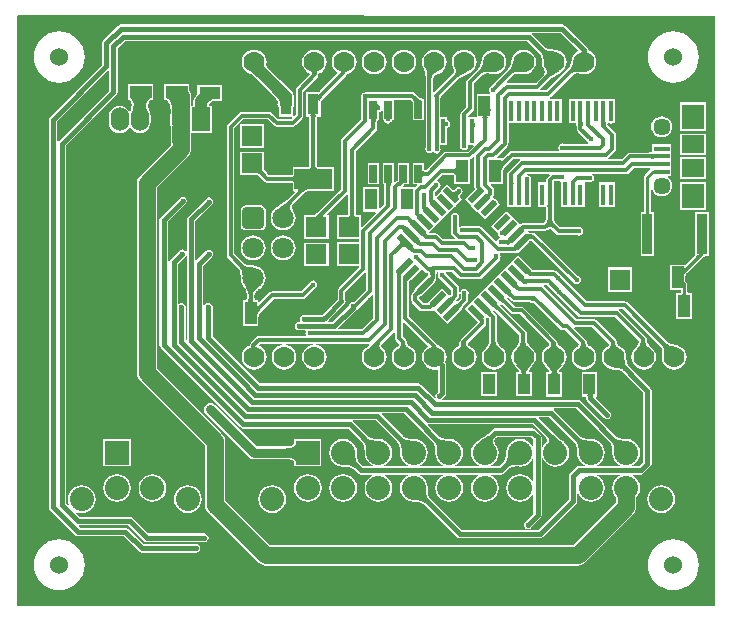
<source format=gtl>
G04*
G04 #@! TF.GenerationSoftware,Altium Limited,Altium Designer,19.0.10 (269)*
G04*
G04 Layer_Physical_Order=1*
G04 Layer_Color=255*
%FSLAX25Y25*%
%MOIN*%
G70*
G01*
G75*
%ADD12C,0.01575*%
%ADD17R,0.04134X0.07087*%
%ADD18R,0.07362X0.04055*%
%ADD19R,0.07087X0.04134*%
%ADD20R,0.04055X0.07362*%
%ADD21R,0.06890X0.06693*%
%ADD22R,0.07480X0.08268*%
%ADD23R,0.07480X0.05906*%
%ADD24R,0.05315X0.01575*%
G04:AMPARAMS|DCode=25|XSize=59.06mil|YSize=19.68mil|CornerRadius=0mil|HoleSize=0mil|Usage=FLASHONLY|Rotation=45.000|XOffset=0mil|YOffset=0mil|HoleType=Round|Shape=Rectangle|*
%AMROTATEDRECTD25*
4,1,4,-0.01392,-0.02784,-0.02784,-0.01392,0.01392,0.02784,0.02784,0.01392,-0.01392,-0.02784,0.0*
%
%ADD25ROTATEDRECTD25*%

G04:AMPARAMS|DCode=26|XSize=59.06mil|YSize=19.68mil|CornerRadius=0mil|HoleSize=0mil|Usage=FLASHONLY|Rotation=135.000|XOffset=0mil|YOffset=0mil|HoleType=Round|Shape=Rectangle|*
%AMROTATEDRECTD26*
4,1,4,0.02784,-0.01392,0.01392,-0.02784,-0.02784,0.01392,-0.01392,0.02784,0.02784,-0.01392,0.0*
%
%ADD26ROTATEDRECTD26*%

%ADD27R,0.03740X0.06890*%
%ADD28R,0.12598X0.06890*%
%ADD29R,0.01575X0.07087*%
%ADD30R,0.02559X0.06004*%
%ADD31R,0.01575X0.07874*%
%ADD32R,0.06693X0.06890*%
%ADD33R,0.03347X0.13504*%
%ADD34C,0.06000*%
%ADD35C,0.08000*%
%ADD36R,0.08000X0.08000*%
%ADD37R,0.06000X0.08000*%
%ADD38O,0.06000X0.08000*%
%ADD39C,0.05709*%
%ADD40C,0.07087*%
G04:AMPARAMS|DCode=41|XSize=70.87mil|YSize=70.87mil|CornerRadius=8.86mil|HoleSize=0mil|Usage=FLASHONLY|Rotation=270.000|XOffset=0mil|YOffset=0mil|HoleType=Round|Shape=RoundedRectangle|*
%AMROUNDEDRECTD41*
21,1,0.07087,0.05315,0,0,270.0*
21,1,0.05315,0.07087,0,0,270.0*
1,1,0.01772,-0.02657,-0.02657*
1,1,0.01772,-0.02657,0.02657*
1,1,0.01772,0.02657,0.02657*
1,1,0.01772,0.02657,-0.02657*
%
%ADD41ROUNDEDRECTD41*%
%ADD42C,0.06984*%
%ADD43C,0.01378*%
%ADD44C,0.03937*%
%ADD45C,0.00984*%
%ADD46C,0.03150*%
%ADD47C,0.05512*%
%ADD48C,0.01575*%
G36*
X405512Y354109D02*
X405512Y157731D01*
X405261Y157480D01*
X173098Y157611D01*
Y354309D01*
X173348Y354559D01*
X405512Y354109D01*
D02*
G37*
%LPC*%
G36*
X354724Y351405D02*
X207480D01*
X206943Y351298D01*
X206487Y350993D01*
X201763Y346269D01*
X201458Y345813D01*
X201351Y345276D01*
Y337993D01*
X184046Y320688D01*
X183741Y320232D01*
X183634Y319694D01*
X183634Y190551D01*
X183741Y190014D01*
X184046Y189558D01*
X192314Y181290D01*
X192769Y180985D01*
X193307Y180878D01*
X208473D01*
X213574Y175778D01*
X214029Y175474D01*
X214567Y175367D01*
X232677D01*
X233215Y175474D01*
X233671Y175778D01*
X233975Y176234D01*
X234082Y176772D01*
X233975Y177309D01*
X233671Y177765D01*
X233215Y178070D01*
X232677Y178177D01*
X215149D01*
X210049Y183277D01*
X209593Y183581D01*
X209055Y183688D01*
X193889D01*
X193510Y184067D01*
X193657Y184422D01*
X210048D01*
X215148Y179322D01*
X215604Y179017D01*
X216142Y178910D01*
X235433D01*
X235971Y179017D01*
X236426Y179322D01*
X236731Y179777D01*
X236838Y180315D01*
X236731Y180853D01*
X236426Y181308D01*
X235971Y181613D01*
X235433Y181720D01*
X216724D01*
X211623Y186820D01*
X211168Y187125D01*
X210630Y187232D01*
X193889D01*
X192464Y188657D01*
X192665Y188957D01*
X193312Y188689D01*
X194510Y188531D01*
X195709Y188689D01*
X196825Y189152D01*
X197784Y189887D01*
X198520Y190846D01*
X198983Y191963D01*
X199140Y193161D01*
X198983Y194360D01*
X198520Y195476D01*
X197784Y196435D01*
X196825Y197171D01*
X195709Y197634D01*
X194510Y197792D01*
X193312Y197634D01*
X192195Y197171D01*
X191236Y196435D01*
X190500Y195476D01*
X190038Y194360D01*
X189880Y193161D01*
X190038Y191963D01*
X190306Y191316D01*
X190006Y191115D01*
X189200Y191920D01*
Y310835D01*
X206112Y327747D01*
X206416Y328203D01*
X206523Y328740D01*
Y343513D01*
X208850Y345839D01*
X343104D01*
X347073Y341869D01*
X347089Y341825D01*
X347250Y341644D01*
X347374Y341466D01*
X347488Y341261D01*
X347590Y341025D01*
X347678Y340759D01*
X347752Y340462D01*
X347809Y340142D01*
X347875Y339373D01*
X347880Y338946D01*
X347894Y338914D01*
X348033Y337853D01*
X348445Y336860D01*
X348480Y336813D01*
X348486Y336764D01*
X348658Y336460D01*
X348776Y336200D01*
X348854Y335963D01*
X348896Y335751D01*
X348906Y335563D01*
X348889Y335392D01*
X348846Y335233D01*
X348775Y335077D01*
X348672Y334920D01*
X348503Y334728D01*
X348487Y334680D01*
X345820Y332013D01*
X336292D01*
X336221Y332101D01*
X336126Y332349D01*
X338218Y334441D01*
X338235Y334444D01*
X338262Y334483D01*
X338307Y334498D01*
X338488Y334656D01*
X338654Y334766D01*
X338842Y334857D01*
X339056Y334930D01*
X339299Y334983D01*
X339573Y335014D01*
X339877Y335020D01*
X340213Y335001D01*
X340579Y334955D01*
X340991Y334877D01*
X341097Y334900D01*
X341848Y334801D01*
X342914Y334941D01*
X343907Y335352D01*
X344760Y336007D01*
X345415Y336860D01*
X345826Y337853D01*
X345966Y338919D01*
X345826Y339984D01*
X345415Y340978D01*
X344760Y341830D01*
X343907Y342485D01*
X342914Y342896D01*
X341848Y343037D01*
X340783Y342896D01*
X339789Y342485D01*
X338936Y341830D01*
X338282Y340978D01*
X337871Y339984D01*
X337846Y339798D01*
X337797Y339728D01*
X337582Y338758D01*
X337474Y338353D01*
X337236Y337631D01*
X337119Y337346D01*
X336999Y337097D01*
X336881Y336891D01*
X336768Y336730D01*
X336637Y336581D01*
X336621Y336533D01*
X330973Y330886D01*
X330546Y330600D01*
X330241Y330144D01*
X330134Y329607D01*
X330241Y329069D01*
X330526Y328643D01*
X330491Y328497D01*
X330393Y328289D01*
X326126D01*
Y320557D01*
X325830Y320415D01*
X323296D01*
Y320880D01*
X324981Y322564D01*
X325264Y322988D01*
X325363Y323487D01*
Y331727D01*
X328178Y334541D01*
X328183Y334542D01*
X328196Y334559D01*
X328233Y334596D01*
X328280Y334612D01*
X328463Y334771D01*
X328628Y334880D01*
X328813Y334968D01*
X329020Y335036D01*
X329255Y335083D01*
X329518Y335106D01*
X329812Y335104D01*
X330136Y335074D01*
X330489Y335015D01*
X330888Y334921D01*
X330945Y334930D01*
X331930Y334801D01*
X332996Y334941D01*
X333989Y335352D01*
X334842Y336007D01*
X335496Y336860D01*
X335908Y337853D01*
X336048Y338919D01*
X335908Y339984D01*
X335496Y340978D01*
X334842Y341830D01*
X333989Y342485D01*
X332996Y342896D01*
X331930Y343037D01*
X330864Y342896D01*
X329871Y342485D01*
X329018Y341830D01*
X328364Y340978D01*
X327952Y339984D01*
X327947Y339944D01*
X327918Y339905D01*
X327789Y339399D01*
X327529Y338511D01*
X327266Y337786D01*
X327141Y337498D01*
X327015Y337247D01*
X326895Y337043D01*
X326784Y336886D01*
X326659Y336744D01*
X326643Y336696D01*
X323136Y333189D01*
X322853Y332766D01*
X322754Y332267D01*
Y324027D01*
X321069Y322342D01*
X320786Y321919D01*
X320687Y321420D01*
Y311371D01*
X320587Y310866D01*
X320694Y310329D01*
X320998Y309873D01*
X321454Y309568D01*
X321992Y309461D01*
X322529Y309568D01*
X322985Y309873D01*
X323290Y310329D01*
X323397Y310866D01*
X323353Y311086D01*
X323578Y311360D01*
X325057D01*
X325193Y311032D01*
X323200Y309039D01*
X315906D01*
X315407Y308940D01*
X314984Y308657D01*
X309324Y302997D01*
X309173Y303001D01*
X308981Y303018D01*
X308827Y303043D01*
X308715Y303073D01*
X308648Y303100D01*
X308647Y303112D01*
X308626Y303151D01*
Y305259D01*
X304886D01*
Y298074D01*
X306300D01*
X306436Y297747D01*
X305752Y297064D01*
X305456Y297186D01*
Y297186D01*
X301636D01*
X301490Y297541D01*
X301833Y297881D01*
X302033Y298074D01*
X303626D01*
Y305259D01*
X299886D01*
Y299715D01*
X299516Y299333D01*
X299157Y299093D01*
X298980Y298916D01*
X298626Y299063D01*
Y305259D01*
X294885D01*
Y298812D01*
X294854Y298756D01*
X294865Y298716D01*
X294849Y298677D01*
X294885Y298588D01*
Y298074D01*
X295335D01*
X295358Y298006D01*
X295383Y297897D01*
X295422Y297520D01*
X295428Y297285D01*
X295451Y297231D01*
Y291540D01*
X293973Y290061D01*
X293645Y290197D01*
Y297186D01*
X288330D01*
Y288919D01*
X292367D01*
X292503Y288591D01*
X287870Y283959D01*
X287543Y284095D01*
Y287836D01*
X286096D01*
X286035Y287869D01*
X286022Y287871D01*
X285996Y287934D01*
X285967Y288045D01*
X285941Y288196D01*
X285925Y288386D01*
X285918Y288628D01*
X285895Y288681D01*
Y309146D01*
X292678Y315929D01*
X292961Y316353D01*
X293060Y316852D01*
Y318586D01*
X293084Y318639D01*
X293089Y318884D01*
X293104Y319081D01*
X293126Y319241D01*
X293153Y319360D01*
X293176Y319428D01*
X293626D01*
Y319943D01*
X293662Y320031D01*
X293646Y320070D01*
X293657Y320111D01*
X293626Y320166D01*
Y322096D01*
X293986Y322168D01*
X294442Y322473D01*
X294531Y322606D01*
X294885Y322498D01*
Y319428D01*
X295192D01*
X295237Y319201D01*
X295542Y318746D01*
X295998Y318441D01*
X296535Y318334D01*
X297073Y318441D01*
X297529Y318746D01*
X297833Y319201D01*
X297879Y319428D01*
X298626D01*
Y326293D01*
X304187D01*
X304603Y325849D01*
X304792Y325618D01*
X304886Y325487D01*
Y325081D01*
X304876Y325067D01*
X304886Y325012D01*
Y319428D01*
X308626D01*
Y325885D01*
X308659Y325947D01*
X308626Y326058D01*
Y326614D01*
X308149D01*
X308087Y326647D01*
X307993Y326656D01*
X307922Y326676D01*
X307811Y326722D01*
X307667Y326798D01*
X307497Y326906D01*
X307312Y327039D01*
X306586Y327666D01*
X306315Y327930D01*
X306260Y327952D01*
X305692Y328520D01*
X305269Y328803D01*
X304769Y328902D01*
X298949D01*
X298947Y328904D01*
X298448Y329003D01*
X289393D01*
X288894Y328904D01*
X288604Y328710D01*
X288560Y328701D01*
X288105Y328396D01*
X287800Y327941D01*
X287778Y327828D01*
X287696Y327705D01*
X287597Y327206D01*
Y319907D01*
X281306Y313616D01*
X281023Y313193D01*
X280923Y312694D01*
Y296546D01*
X272971Y288594D01*
X272918Y288573D01*
X272735Y288400D01*
X272569Y288258D01*
X272407Y288137D01*
X272250Y288035D01*
X272098Y287951D01*
X271951Y287885D01*
X271810Y287836D01*
X271674Y287802D01*
X271540Y287782D01*
X271377Y287773D01*
X271302Y287738D01*
X268734D01*
Y279864D01*
X276805D01*
Y287738D01*
X276268D01*
X276133Y288065D01*
X282931Y294864D01*
X283286Y294717D01*
Y288681D01*
X283262Y288628D01*
X283256Y288386D01*
X283239Y288196D01*
X283214Y288045D01*
X283184Y287934D01*
X283158Y287871D01*
X283145Y287869D01*
X283084Y287836D01*
X279472D01*
Y279962D01*
X287023D01*
X287078Y279895D01*
Y278848D01*
X287023Y278781D01*
X279472D01*
Y270907D01*
X287023D01*
X287078Y270840D01*
Y270515D01*
X280180Y263617D01*
X279897Y263194D01*
X279798Y262695D01*
Y259737D01*
X275191Y255131D01*
X274891Y254930D01*
X274515Y254555D01*
X268701D01*
X268163Y254448D01*
X267707Y254143D01*
X267403Y253687D01*
X267296Y253150D01*
X267403Y252612D01*
X267447Y252546D01*
X267280Y252233D01*
X266970D01*
X266432Y252126D01*
X265976Y251822D01*
X265672Y251366D01*
X265565Y250828D01*
X265672Y250290D01*
X265976Y249835D01*
X266432Y249530D01*
X266970Y249423D01*
X269056D01*
X269245Y249069D01*
X269174Y248963D01*
X269068Y248425D01*
X269174Y247888D01*
X269222Y247817D01*
X269055Y247504D01*
X253581D01*
X253082Y247405D01*
X252659Y247122D01*
X250854Y245317D01*
X250571Y244894D01*
X250472Y244394D01*
Y244275D01*
X249953Y244060D01*
X249100Y243405D01*
X248445Y242552D01*
X248034Y241559D01*
X247894Y240493D01*
X248034Y239428D01*
X248445Y238435D01*
X249100Y237582D01*
X249953Y236927D01*
X250946Y236516D01*
X252011Y236376D01*
X253077Y236516D01*
X254070Y236927D01*
X254923Y237582D01*
X255578Y238435D01*
X255989Y239428D01*
X256129Y240493D01*
X255989Y241559D01*
X255578Y242552D01*
X254923Y243405D01*
X254070Y244060D01*
X253811Y244167D01*
X253742Y244515D01*
X254122Y244895D01*
X261369D01*
X261392Y244541D01*
X260864Y244471D01*
X259871Y244060D01*
X259018Y243405D01*
X258364Y242552D01*
X257952Y241559D01*
X257812Y240493D01*
X257952Y239428D01*
X258364Y238435D01*
X259018Y237582D01*
X259871Y236927D01*
X260864Y236516D01*
X261930Y236376D01*
X262996Y236516D01*
X263989Y236927D01*
X264842Y237582D01*
X265496Y238435D01*
X265908Y239428D01*
X266048Y240493D01*
X265908Y241559D01*
X265496Y242552D01*
X264842Y243405D01*
X263989Y244060D01*
X262996Y244471D01*
X262468Y244541D01*
X262491Y244895D01*
X271532D01*
X271555Y244541D01*
X271027Y244471D01*
X270034Y244060D01*
X269181Y243405D01*
X268526Y242552D01*
X268115Y241559D01*
X267975Y240493D01*
X268115Y239428D01*
X268526Y238435D01*
X269181Y237582D01*
X270034Y236927D01*
X271027Y236516D01*
X272093Y236376D01*
X273158Y236516D01*
X274151Y236927D01*
X275004Y237582D01*
X275659Y238435D01*
X276070Y239428D01*
X276210Y240493D01*
X276070Y241559D01*
X275659Y242552D01*
X275004Y243405D01*
X274151Y244060D01*
X273158Y244471D01*
X272630Y244541D01*
X272653Y244895D01*
X290198D01*
X290321Y244919D01*
X290482Y244590D01*
X289764Y243967D01*
X289501Y243763D01*
X289488Y243740D01*
X289463Y243730D01*
X289420Y243639D01*
X289099Y243393D01*
X288445Y242540D01*
X288033Y241547D01*
X287893Y240481D01*
X288033Y239415D01*
X288445Y238422D01*
X289099Y237569D01*
X289952Y236915D01*
X290945Y236503D01*
X292011Y236363D01*
X293077Y236503D01*
X294070Y236915D01*
X294923Y237569D01*
X295577Y238422D01*
X295988Y239415D01*
X296129Y240481D01*
X295988Y241547D01*
X295577Y242540D01*
X294923Y243393D01*
X294868Y243435D01*
X294853Y243477D01*
X294841Y243482D01*
X294837Y243494D01*
X294635Y243700D01*
X294507Y243866D01*
X294425Y244011D01*
X294381Y244132D01*
X294366Y244237D01*
X294372Y244338D01*
X294402Y244450D01*
X294465Y244583D01*
X294572Y244739D01*
X294752Y244939D01*
X294769Y244989D01*
X298541Y248761D01*
X298783Y248701D01*
X298896Y248625D01*
Y246909D01*
X298995Y246410D01*
X299278Y245986D01*
X300323Y244941D01*
X300298Y244815D01*
X300248Y244653D01*
X300187Y244507D01*
X300115Y244376D01*
X300030Y244257D01*
X299932Y244148D01*
X299819Y244047D01*
X299663Y243934D01*
X299623Y243870D01*
X299555Y243836D01*
X299541Y243794D01*
X299018Y243393D01*
X298363Y242540D01*
X297952Y241547D01*
X297812Y240481D01*
X297952Y239415D01*
X298363Y238422D01*
X299018Y237569D01*
X299870Y236915D01*
X300864Y236503D01*
X301929Y236363D01*
X302995Y236503D01*
X303988Y236915D01*
X304841Y237569D01*
X305496Y238422D01*
X305907Y239415D01*
X306047Y240481D01*
X305907Y241547D01*
X305496Y242540D01*
X304841Y243393D01*
X303988Y244047D01*
X303839Y244109D01*
X303831Y244125D01*
X303760Y244149D01*
X303712Y244207D01*
X303549Y244294D01*
X303436Y244372D01*
X303341Y244456D01*
X303262Y244547D01*
X303194Y244649D01*
X303137Y244763D01*
X303090Y244895D01*
X303054Y245047D01*
X303031Y245220D01*
X303022Y245441D01*
X302972Y245548D01*
X302900Y245914D01*
X302617Y246337D01*
X301505Y247449D01*
Y252241D01*
X301832Y252376D01*
X309867Y244342D01*
X309822Y243885D01*
X309180Y243393D01*
X308526Y242540D01*
X308114Y241547D01*
X307974Y240481D01*
X308114Y239415D01*
X308526Y238422D01*
X309180Y237569D01*
X310033Y236915D01*
X311026Y236503D01*
X312092Y236363D01*
X312853Y236463D01*
X313207Y236154D01*
Y228973D01*
X312786Y228553D01*
X312481Y228097D01*
X312375Y227559D01*
X312481Y227021D01*
X312496Y227000D01*
X312221Y226774D01*
X307686Y231308D01*
X307231Y231613D01*
X306693Y231720D01*
X254030D01*
X238133Y247616D01*
Y257243D01*
X238026Y257781D01*
X237722Y258237D01*
X237266Y258541D01*
X236728Y258648D01*
X236191Y258541D01*
X235735Y258237D01*
X235430Y257781D01*
X235323Y257243D01*
Y247910D01*
X234969Y247721D01*
X234933Y247744D01*
Y270960D01*
X237922Y273949D01*
X238226Y274405D01*
X238333Y274942D01*
X238226Y275480D01*
X237922Y275936D01*
X237466Y276240D01*
X236928Y276347D01*
X236391Y276240D01*
X235935Y275936D01*
X232737Y272738D01*
X232383Y272885D01*
Y285807D01*
X237922Y291346D01*
X238226Y291801D01*
X238333Y292339D01*
X238226Y292877D01*
X237922Y293333D01*
X237466Y293637D01*
X236928Y293744D01*
X236391Y293637D01*
X235935Y293333D01*
X229984Y287382D01*
X229680Y286926D01*
X229573Y286389D01*
Y275850D01*
X229219Y275742D01*
X229022Y276037D01*
X228566Y276341D01*
X228028Y276448D01*
X227491Y276341D01*
X227035Y276037D01*
X224179Y273181D01*
X223874Y272725D01*
X223767Y272187D01*
Y245333D01*
X223428Y245183D01*
X223233Y245338D01*
Y285761D01*
X229122Y291650D01*
X229426Y292106D01*
X229533Y292643D01*
X229426Y293181D01*
X229122Y293637D01*
X228666Y293941D01*
X228128Y294048D01*
X227591Y293941D01*
X227135Y293637D01*
X220835Y287337D01*
X220530Y286881D01*
X220423Y286343D01*
Y244707D01*
X220530Y244169D01*
X220835Y243714D01*
X247432Y217117D01*
X247888Y216812D01*
X248425Y216705D01*
X283418D01*
X287926Y212197D01*
X287941Y212154D01*
X288115Y211955D01*
X288251Y211754D01*
X288376Y211514D01*
X288490Y211234D01*
X288588Y210914D01*
X288670Y210553D01*
X288733Y210159D01*
X288805Y209220D01*
X288809Y208695D01*
X288820Y208671D01*
X288818Y208661D01*
X288976Y207463D01*
X289439Y206346D01*
X290175Y205387D01*
X291133Y204652D01*
X291463Y204515D01*
X291392Y204161D01*
X288136D01*
X287171Y205126D01*
X287156Y205169D01*
X286982Y205368D01*
X286846Y205569D01*
X286720Y205809D01*
X286607Y206088D01*
X286509Y206409D01*
X286427Y206770D01*
X286364Y207164D01*
X286293Y208103D01*
X286287Y208628D01*
X286277Y208651D01*
X286279Y208661D01*
X286121Y209860D01*
X285658Y210977D01*
X284923Y211935D01*
X283964Y212671D01*
X282847Y213134D01*
X281648Y213292D01*
X280450Y213134D01*
X279333Y212671D01*
X278375Y211935D01*
X277639Y210977D01*
X277176Y209860D01*
X277018Y208661D01*
X277176Y207463D01*
X277639Y206346D01*
X278375Y205387D01*
X279333Y204652D01*
X280450Y204189D01*
X281648Y204031D01*
X281650Y204031D01*
X281669Y204023D01*
X282703Y203991D01*
X283138Y203947D01*
X283540Y203883D01*
X283901Y203801D01*
X284222Y203702D01*
X284501Y203589D01*
X284741Y203464D01*
X284942Y203328D01*
X285141Y203154D01*
X285184Y203139D01*
X286561Y201763D01*
X287016Y201458D01*
X287554Y201351D01*
X291366D01*
X291436Y200997D01*
X291133Y200871D01*
X290175Y200135D01*
X289439Y199177D01*
X288976Y198060D01*
X288818Y196861D01*
X288976Y195663D01*
X289439Y194546D01*
X290175Y193587D01*
X291133Y192852D01*
X292250Y192389D01*
X293448Y192231D01*
X294647Y192389D01*
X295764Y192852D01*
X296723Y193587D01*
X297458Y194546D01*
X297921Y195663D01*
X298079Y196861D01*
X297921Y198060D01*
X297458Y199177D01*
X296723Y200135D01*
X295764Y200871D01*
X295461Y200997D01*
X295531Y201351D01*
X303166D01*
X303236Y200997D01*
X302933Y200871D01*
X301975Y200135D01*
X301239Y199177D01*
X300776Y198060D01*
X300618Y196861D01*
X300776Y195663D01*
X301239Y194546D01*
X301975Y193587D01*
X302933Y192852D01*
X304050Y192389D01*
X305248Y192231D01*
X305250Y192231D01*
X305269Y192223D01*
X306303Y192191D01*
X306738Y192147D01*
X307140Y192083D01*
X307501Y192001D01*
X307821Y191902D01*
X308101Y191789D01*
X308341Y191664D01*
X308542Y191528D01*
X308741Y191354D01*
X308784Y191339D01*
X319620Y180503D01*
X320076Y180198D01*
X320614Y180091D01*
X347244D01*
X347782Y180198D01*
X348237Y180503D01*
X359206Y191471D01*
X359510Y191927D01*
X359617Y192464D01*
Y195121D01*
X359971Y195191D01*
X360239Y194546D01*
X360975Y193587D01*
X361933Y192852D01*
X363050Y192389D01*
X364248Y192231D01*
X365447Y192389D01*
X366564Y192852D01*
X367523Y193587D01*
X368258Y194546D01*
X368721Y195663D01*
X368879Y196861D01*
X368721Y198060D01*
X368258Y199177D01*
X367523Y200135D01*
X366564Y200871D01*
X366261Y200997D01*
X366331Y201351D01*
X373966D01*
X374036Y200997D01*
X373733Y200871D01*
X372775Y200135D01*
X372039Y199177D01*
X371576Y198060D01*
X371418Y196861D01*
X371576Y195663D01*
X372039Y194546D01*
X372673Y193719D01*
Y192014D01*
X358444Y177785D01*
X257304D01*
X242352Y192737D01*
Y212598D01*
X242237Y213472D01*
X241899Y214286D01*
X241363Y214985D01*
X219604Y236745D01*
Y297218D01*
X229924Y307538D01*
X230461Y308237D01*
X230798Y309051D01*
X230913Y309925D01*
Y311995D01*
X230932Y312042D01*
X230943Y315148D01*
X237928D01*
Y324330D01*
X236976D01*
X236968Y324720D01*
X238130Y325883D01*
X241271D01*
Y331198D01*
X233003D01*
Y328056D01*
X232512Y327565D01*
X232102Y327031D01*
X231844Y326408D01*
X231769Y325840D01*
X231730Y325748D01*
X231713Y324330D01*
X230943D01*
X230932Y327436D01*
X230913Y327483D01*
Y327500D01*
X230798Y328374D01*
X230461Y329188D01*
X230409Y329255D01*
Y331518D01*
X221866D01*
Y327020D01*
X221834Y326964D01*
X221845Y326923D01*
X221829Y326885D01*
X221866Y326796D01*
Y326282D01*
X222333D01*
X222389Y326250D01*
X222741Y326206D01*
X222972Y326109D01*
X223191Y325935D01*
X223408Y325657D01*
X223614Y325256D01*
X223796Y324726D01*
X223941Y324080D01*
X224120Y322379D01*
X224125Y322144D01*
X224124Y321890D01*
X224125Y321889D01*
X224124Y321888D01*
X224126Y321885D01*
X224039Y321676D01*
X223916Y320739D01*
Y318739D01*
X224039Y317802D01*
X224126Y317593D01*
X224124Y317590D01*
X224125Y317589D01*
X224124Y317588D01*
X224142Y312042D01*
X224162Y311995D01*
Y311323D01*
X213842Y301003D01*
X213305Y300304D01*
X212968Y299489D01*
X212853Y298616D01*
Y235347D01*
X212968Y234473D01*
X213305Y233659D01*
X213842Y232960D01*
X235601Y211200D01*
Y191339D01*
X235716Y190465D01*
X236053Y189651D01*
X236590Y188952D01*
X253519Y172023D01*
X254218Y171486D01*
X255032Y171149D01*
X255906Y171034D01*
X255906Y171034D01*
X359842D01*
X360716Y171149D01*
X361530Y171486D01*
X362229Y172023D01*
X378435Y188229D01*
X378972Y188928D01*
X379309Y189742D01*
X379424Y190615D01*
Y193719D01*
X380058Y194546D01*
X380521Y195663D01*
X380679Y196861D01*
X380521Y198060D01*
X380058Y199177D01*
X379323Y200135D01*
X378364Y200871D01*
X378061Y200997D01*
X378131Y201351D01*
X380791D01*
X381328Y201458D01*
X381784Y201763D01*
X384064Y204043D01*
X384369Y204499D01*
X384476Y205036D01*
Y229340D01*
X384369Y229877D01*
X384064Y230333D01*
X376867Y237530D01*
X376852Y237575D01*
X376691Y237756D01*
X376566Y237934D01*
X376452Y238139D01*
X376351Y238374D01*
X376262Y238640D01*
X376188Y238938D01*
X376132Y239258D01*
X376065Y240027D01*
X376061Y240454D01*
X376047Y240486D01*
X375907Y241547D01*
X375496Y242540D01*
X374841Y243393D01*
X373988Y244047D01*
X373839Y244109D01*
X373831Y244125D01*
X373760Y244149D01*
X373712Y244207D01*
X373549Y244294D01*
X373436Y244372D01*
X373341Y244456D01*
X373262Y244547D01*
X373194Y244649D01*
X373137Y244763D01*
X373090Y244895D01*
X373054Y245047D01*
X373031Y245220D01*
X373022Y245441D01*
X372972Y245548D01*
X372900Y245914D01*
X372617Y246337D01*
X366219Y252735D01*
X365796Y253018D01*
X365297Y253117D01*
X359639D01*
X348702Y264054D01*
X348588Y264130D01*
X348695Y264484D01*
X349601D01*
X352307Y261778D01*
X352593Y261350D01*
X353021Y261065D01*
X359947Y254138D01*
X360370Y253855D01*
X360870Y253756D01*
X372436D01*
X380281Y245911D01*
X380272Y245767D01*
X380234Y245568D01*
X380168Y245346D01*
X380070Y245101D01*
X379939Y244835D01*
X379773Y244549D01*
X379577Y244250D01*
X379064Y243579D01*
X378757Y243222D01*
X378720Y243112D01*
X378282Y242540D01*
X377870Y241547D01*
X377730Y240481D01*
X377870Y239415D01*
X378282Y238422D01*
X378936Y237569D01*
X379789Y236915D01*
X380782Y236503D01*
X381848Y236363D01*
X382914Y236503D01*
X383907Y236915D01*
X384760Y237569D01*
X385414Y238422D01*
X385825Y239415D01*
X385966Y240481D01*
X385825Y241547D01*
X385414Y242540D01*
X384760Y243393D01*
X384585Y243527D01*
X384545Y243610D01*
X384211Y243909D01*
X383926Y244190D01*
X383680Y244463D01*
X383470Y244725D01*
X383299Y244976D01*
X383163Y245215D01*
X383063Y245440D01*
X382994Y245652D01*
X382955Y245850D01*
X382939Y246081D01*
X382939Y246082D01*
X382939Y246083D01*
X382917Y246127D01*
Y246424D01*
X382818Y246923D01*
X382535Y247346D01*
X373899Y255983D01*
X373637Y256157D01*
X373745Y256512D01*
X374995D01*
X387473Y244034D01*
X387478Y244010D01*
X387509Y243989D01*
X387522Y243953D01*
X387679Y243774D01*
X387789Y243607D01*
X387882Y243416D01*
X387958Y243198D01*
X388015Y242951D01*
X388051Y242671D01*
X388064Y242361D01*
X388052Y242018D01*
X388014Y241645D01*
X387947Y241225D01*
X387975Y241107D01*
X387893Y240481D01*
X388033Y239415D01*
X388444Y238422D01*
X389099Y237569D01*
X389951Y236915D01*
X390945Y236503D01*
X392010Y236363D01*
X393076Y236503D01*
X394069Y236915D01*
X394922Y237569D01*
X395577Y238422D01*
X395988Y239415D01*
X396128Y240481D01*
X395988Y241547D01*
X395577Y242540D01*
X394922Y243393D01*
X394069Y244047D01*
X393076Y244459D01*
X392792Y244496D01*
X392706Y244553D01*
X391751Y244739D01*
X390961Y244947D01*
X390635Y245056D01*
X390345Y245171D01*
X390097Y245288D01*
X389891Y245405D01*
X389728Y245518D01*
X389575Y245653D01*
X389528Y245669D01*
X376458Y258739D01*
X376034Y259022D01*
X375535Y259121D01*
X362788D01*
X354498Y267411D01*
X354491Y267448D01*
X354186Y267904D01*
X353730Y268209D01*
X353693Y268216D01*
X352835Y269073D01*
X352412Y269356D01*
X351913Y269456D01*
X345343D01*
X345021Y269514D01*
X345021D01*
X345021Y269514D01*
X344619Y269915D01*
X344600Y269962D01*
X344553Y269981D01*
X344529Y270006D01*
X344507Y270039D01*
X344493Y270042D01*
X340010Y274525D01*
X337783Y272298D01*
Y272298D01*
X337783Y272298D01*
X335556Y270071D01*
X335556Y270071D01*
X335556Y270071D01*
X335305Y269820D01*
X333328Y267843D01*
Y267843D01*
X333328Y267843D01*
X331352Y265867D01*
X331101Y265616D01*
X331101D01*
X331101Y265616D01*
X328874Y263389D01*
X328874Y263389D01*
X328874Y263389D01*
X328624Y263139D01*
X326647Y261162D01*
X326647Y261162D01*
X326647Y261162D01*
X326396Y260911D01*
X324420Y258935D01*
Y258935D01*
X324420Y258935D01*
X322193Y256708D01*
X326708Y252193D01*
X320853Y246337D01*
X320570Y245914D01*
X320497Y245545D01*
X320447Y245438D01*
X320439Y245196D01*
X320416Y244996D01*
X320379Y244815D01*
X320329Y244653D01*
X320268Y244507D01*
X320196Y244376D01*
X320111Y244257D01*
X320013Y244148D01*
X319900Y244047D01*
X319744Y243934D01*
X319704Y243870D01*
X319636Y243836D01*
X319622Y243794D01*
X319098Y243393D01*
X318444Y242540D01*
X318033Y241547D01*
X317893Y240481D01*
X318033Y239415D01*
X318444Y238422D01*
X319098Y237569D01*
X319951Y236915D01*
X320945Y236503D01*
X322010Y236363D01*
X323076Y236503D01*
X324069Y236915D01*
X324922Y237569D01*
X325577Y238422D01*
X325988Y239415D01*
X326128Y240481D01*
X325988Y241547D01*
X325577Y242540D01*
X324922Y243393D01*
X324069Y244047D01*
X323920Y244109D01*
X323912Y244125D01*
X323841Y244149D01*
X323793Y244207D01*
X323630Y244294D01*
X323517Y244372D01*
X323422Y244456D01*
X323343Y244547D01*
X323275Y244649D01*
X323218Y244763D01*
X323171Y244895D01*
X323157Y244952D01*
X329017Y250811D01*
X329299Y251234D01*
X329399Y251734D01*
Y253034D01*
X329299Y253533D01*
X329215Y253659D01*
X329431Y253924D01*
X329775Y253898D01*
X329985Y253715D01*
X330158Y253545D01*
X330214Y253523D01*
X330390Y253347D01*
Y246043D01*
X330368Y245998D01*
X330354Y245780D01*
X330316Y245581D01*
X330250Y245359D01*
X330152Y245114D01*
X330021Y244847D01*
X329856Y244561D01*
X329660Y244263D01*
X329146Y243591D01*
X328839Y243234D01*
X328802Y243124D01*
X328364Y242552D01*
X327952Y241559D01*
X327812Y240493D01*
X327952Y239428D01*
X328364Y238435D01*
X329018Y237582D01*
X329871Y236927D01*
X330864Y236516D01*
X331930Y236376D01*
X332996Y236516D01*
X333989Y236927D01*
X334842Y237582D01*
X335496Y238435D01*
X335908Y239428D01*
X336048Y240493D01*
X335908Y241559D01*
X335496Y242552D01*
X334842Y243405D01*
X334667Y243539D01*
X334627Y243622D01*
X334294Y243921D01*
X334009Y244203D01*
X333762Y244475D01*
X333553Y244738D01*
X333381Y244989D01*
X333246Y245228D01*
X333145Y245453D01*
X333076Y245664D01*
X333037Y245863D01*
X333022Y246094D01*
X333021Y246094D01*
X333021Y246095D01*
X332999Y246140D01*
Y253887D01*
X332900Y254386D01*
X332617Y254810D01*
X332059Y255368D01*
X332037Y255423D01*
X331863Y255601D01*
X331690Y255793D01*
X331701Y255909D01*
X331894Y256100D01*
X332015Y256114D01*
X332212Y255943D01*
X332386Y255772D01*
X332441Y255750D01*
X340309Y247883D01*
Y246043D01*
X340286Y245998D01*
X340272Y245780D01*
X340235Y245581D01*
X340168Y245359D01*
X340071Y245114D01*
X339940Y244847D01*
X339774Y244561D01*
X339578Y244263D01*
X339065Y243591D01*
X338757Y243234D01*
X338721Y243124D01*
X338282Y242552D01*
X337871Y241559D01*
X337731Y240493D01*
X337871Y239428D01*
X338282Y238435D01*
X338925Y237597D01*
X338938Y237561D01*
X339555Y236907D01*
X339792Y236615D01*
X339998Y236331D01*
X340167Y236063D01*
X340185Y236028D01*
X339972Y235674D01*
X339385D01*
Y227406D01*
X344700D01*
Y235674D01*
X343725D01*
X343512Y236028D01*
X343530Y236063D01*
X343699Y236331D01*
X343900Y236608D01*
X344430Y237227D01*
X344749Y237552D01*
X344762Y237584D01*
X345415Y238435D01*
X345826Y239428D01*
X345966Y240493D01*
X345826Y241559D01*
X345415Y242552D01*
X344760Y243405D01*
X344586Y243539D01*
X344546Y243622D01*
X344212Y243921D01*
X343927Y244203D01*
X343680Y244475D01*
X343471Y244738D01*
X343299Y244989D01*
X343164Y245228D01*
X343063Y245453D01*
X342995Y245664D01*
X342955Y245863D01*
X342940Y246094D01*
X342940Y246094D01*
X342940Y246095D01*
X342918Y246140D01*
Y248423D01*
X342818Y248922D01*
X342536Y249345D01*
X334286Y257595D01*
X334264Y257651D01*
X334090Y257828D01*
X333917Y258020D01*
X333928Y258136D01*
X334121Y258327D01*
X334242Y258341D01*
X334439Y258170D01*
X334613Y257999D01*
X334668Y257977D01*
X337506Y255139D01*
X337930Y254856D01*
X338429Y254757D01*
X340601D01*
X350405Y244953D01*
X350379Y244828D01*
X350330Y244665D01*
X350269Y244520D01*
X350196Y244389D01*
X350112Y244270D01*
X350014Y244161D01*
X349901Y244059D01*
X349745Y243947D01*
X349705Y243882D01*
X349637Y243849D01*
X349623Y243807D01*
X349099Y243405D01*
X348445Y242552D01*
X348033Y241559D01*
X347893Y240493D01*
X348033Y239428D01*
X348445Y238435D01*
X349088Y237597D01*
X349101Y237561D01*
X349717Y236907D01*
X349955Y236615D01*
X350160Y236331D01*
X350329Y236063D01*
X350371Y235984D01*
X350174Y235641D01*
X350155Y235630D01*
X349311D01*
Y227362D01*
X354626D01*
Y235630D01*
X353867D01*
X353848Y235641D01*
X353651Y235984D01*
X353692Y236063D01*
X353862Y236331D01*
X354062Y236608D01*
X354593Y237227D01*
X354912Y237552D01*
X354925Y237584D01*
X355577Y238435D01*
X355989Y239428D01*
X356129Y240493D01*
X355989Y241559D01*
X355577Y242552D01*
X354923Y243405D01*
X354070Y244060D01*
X353921Y244121D01*
X353913Y244137D01*
X353842Y244161D01*
X353794Y244219D01*
X353630Y244307D01*
X353518Y244385D01*
X353423Y244469D01*
X353343Y244560D01*
X353276Y244661D01*
X353218Y244776D01*
X353171Y244907D01*
X353135Y245059D01*
X353113Y245232D01*
X353103Y245454D01*
X353054Y245560D01*
X352981Y245926D01*
X352698Y246350D01*
X342064Y256984D01*
X341641Y257267D01*
X341141Y257366D01*
X338969D01*
X336513Y259822D01*
X336491Y259878D01*
X336317Y260056D01*
X336144Y260248D01*
X336155Y260363D01*
X336349Y260554D01*
X336470Y260568D01*
X336666Y260397D01*
X336840Y260226D01*
X336895Y260204D01*
X337745Y259354D01*
X338169Y259072D01*
X338668Y258972D01*
X343955D01*
X344387Y258684D01*
X344925Y258577D01*
X345215Y258634D01*
X353943Y249906D01*
X354367Y249623D01*
X354866Y249523D01*
X355753D01*
X360323Y244953D01*
X360298Y244828D01*
X360248Y244665D01*
X360187Y244520D01*
X360115Y244389D01*
X360030Y244270D01*
X359932Y244161D01*
X359820Y244059D01*
X359663Y243947D01*
X359623Y243882D01*
X359555Y243849D01*
X359541Y243807D01*
X359017Y243405D01*
X358363Y242552D01*
X357952Y241559D01*
X357811Y240493D01*
X357952Y239428D01*
X358363Y238435D01*
X359017Y237582D01*
X359870Y236927D01*
X360864Y236516D01*
X361929Y236376D01*
X362995Y236516D01*
X363988Y236927D01*
X364841Y237582D01*
X365496Y238435D01*
X365907Y239428D01*
X366047Y240493D01*
X365907Y241559D01*
X365496Y242552D01*
X364841Y243405D01*
X363988Y244060D01*
X363839Y244121D01*
X363831Y244137D01*
X363760Y244161D01*
X363712Y244219D01*
X363549Y244307D01*
X363436Y244385D01*
X363341Y244469D01*
X363262Y244560D01*
X363194Y244661D01*
X363137Y244776D01*
X363090Y244907D01*
X363054Y245059D01*
X363031Y245232D01*
X363022Y245454D01*
X362972Y245560D01*
X362899Y245926D01*
X362617Y246350D01*
X358751Y250216D01*
X358925Y250542D01*
X359098Y250508D01*
X364756D01*
X370323Y244941D01*
X370298Y244815D01*
X370248Y244653D01*
X370187Y244507D01*
X370115Y244376D01*
X370030Y244257D01*
X369932Y244148D01*
X369819Y244047D01*
X369663Y243934D01*
X369623Y243870D01*
X369555Y243836D01*
X369541Y243794D01*
X369018Y243393D01*
X368363Y242540D01*
X367952Y241547D01*
X367811Y240481D01*
X367952Y239415D01*
X368363Y238422D01*
X369018Y237569D01*
X369870Y236915D01*
X370864Y236503D01*
X371924Y236364D01*
X371957Y236350D01*
X372392Y236345D01*
X372783Y236321D01*
X373144Y236280D01*
X373472Y236222D01*
X373770Y236148D01*
X374036Y236060D01*
X374271Y235958D01*
X374477Y235844D01*
X374654Y235720D01*
X374835Y235559D01*
X374880Y235543D01*
X381666Y228758D01*
Y205618D01*
X380209Y204161D01*
X378105D01*
X378034Y204515D01*
X378364Y204652D01*
X379323Y205387D01*
X380058Y206346D01*
X380521Y207463D01*
X380679Y208661D01*
X380521Y209860D01*
X380058Y210977D01*
X379323Y211935D01*
X378364Y212671D01*
X377247Y213134D01*
X376048Y213292D01*
X376047Y213291D01*
X376028Y213300D01*
X374994Y213332D01*
X374559Y213376D01*
X374157Y213440D01*
X373796Y213522D01*
X373476Y213620D01*
X373196Y213733D01*
X372956Y213859D01*
X372755Y213995D01*
X372556Y214169D01*
X372513Y214184D01*
X360900Y225797D01*
X360444Y226101D01*
X359907Y226208D01*
X314876D01*
X314768Y226562D01*
X314773Y226566D01*
X315605Y227398D01*
X315910Y227854D01*
X316017Y228391D01*
Y237961D01*
X315910Y238499D01*
X315774Y238702D01*
X316070Y239415D01*
X316210Y240481D01*
X316070Y241547D01*
X315658Y242540D01*
X315004Y243393D01*
X314151Y244047D01*
X313158Y244459D01*
X313108Y244465D01*
X313062Y244696D01*
X312779Y245119D01*
X303647Y254251D01*
Y264509D01*
X303671Y264560D01*
X303697Y265350D01*
X303727Y265639D01*
X303760Y265835D01*
X304067Y266142D01*
X304106Y266153D01*
X304142Y266218D01*
X307895Y269970D01*
X308972Y268892D01*
X309396Y268609D01*
X309741Y268541D01*
X309843Y268489D01*
X309951Y268480D01*
X309980Y268472D01*
X309990Y268467D01*
X310000Y268458D01*
X310021Y268432D01*
X310051Y268375D01*
X310084Y268279D01*
X310114Y268141D01*
X310134Y267963D01*
X310141Y267762D01*
X305765Y263386D01*
X305738Y263382D01*
X305688Y263316D01*
X305611Y263284D01*
X305575Y263196D01*
X305211Y262832D01*
X305358Y262686D01*
X305003Y262279D01*
X304832Y262105D01*
X304810Y262049D01*
X304747Y261986D01*
X304464Y261562D01*
X304364Y261063D01*
Y259493D01*
X304464Y258994D01*
X304747Y258571D01*
X307014Y256303D01*
X307437Y256020D01*
X307937Y255921D01*
X310740D01*
X311239Y256020D01*
X311578Y256247D01*
X311893Y256151D01*
X311893D01*
X313869Y254174D01*
X314120Y253924D01*
X314120Y253924D01*
X314120Y253924D01*
X316347Y251697D01*
X320804Y256154D01*
X320831Y256158D01*
X320881Y256224D01*
X320957Y256256D01*
X320994Y256344D01*
X321358Y256708D01*
X321211Y256854D01*
X321566Y257261D01*
X321736Y257435D01*
X321759Y257491D01*
X323013Y258745D01*
X323295Y259168D01*
X323395Y259667D01*
Y261446D01*
X323495Y261950D01*
X323388Y262488D01*
X323084Y262944D01*
X322628Y263248D01*
X322090Y263355D01*
X321553Y263248D01*
X321097Y262944D01*
X320792Y262488D01*
X320685Y261950D01*
X320786Y261446D01*
Y260208D01*
X319914Y259336D01*
X319858Y259314D01*
X319680Y259140D01*
X319488Y258966D01*
X319373Y258978D01*
X319182Y259171D01*
X319168Y259292D01*
X319339Y259489D01*
X319509Y259663D01*
X319532Y259718D01*
X319863Y260050D01*
X320146Y260473D01*
X320245Y260972D01*
Y263525D01*
X320146Y264024D01*
X319863Y264447D01*
X315889Y268421D01*
X315732Y268657D01*
X315921Y269012D01*
X317995D01*
X320106Y266901D01*
X320529Y266618D01*
X321028Y266519D01*
X327089D01*
X327588Y266618D01*
X328011Y266901D01*
X333643Y272532D01*
X333925Y272956D01*
X334025Y273455D01*
Y273650D01*
X334125Y274155D01*
X334018Y274693D01*
X333908Y274858D01*
X334097Y275213D01*
X338940D01*
X339439Y275312D01*
X339810Y275560D01*
X340010Y275360D01*
X343664Y279014D01*
X343726Y279041D01*
X343748Y279098D01*
X343749Y279100D01*
X343799Y279134D01*
X343803Y279153D01*
X343948Y279298D01*
X343983Y279306D01*
X344172Y279336D01*
X344564Y279364D01*
X358213Y265715D01*
X358498Y265287D01*
X358954Y264983D01*
X359492Y264876D01*
X360029Y264983D01*
X360485Y265287D01*
X360790Y265743D01*
X360897Y266281D01*
X360790Y266818D01*
X360485Y267274D01*
X360057Y267560D01*
X345987Y281631D01*
X345563Y281914D01*
X345064Y282013D01*
X344583D01*
X344528Y282037D01*
X344272Y282040D01*
X344055Y282049D01*
X343667Y282087D01*
X343527Y282111D01*
X343408Y282139D01*
X343339Y282161D01*
X343195Y282278D01*
X343186Y282344D01*
X343428Y282693D01*
X349100D01*
X349599Y282792D01*
X349831Y282947D01*
X349908Y282957D01*
X349949Y283012D01*
X350014Y283034D01*
X350174Y283178D01*
X350292Y283260D01*
X350389Y283307D01*
X350467Y283330D01*
X350533Y283335D01*
X350602Y283328D01*
X350685Y283301D01*
X350789Y283248D01*
X350915Y283159D01*
X351081Y283009D01*
X351131Y282992D01*
X352623Y281500D01*
X353046Y281217D01*
X353545Y281118D01*
X359775D01*
X360279Y281018D01*
X360817Y281125D01*
X361273Y281429D01*
X361577Y281885D01*
X361684Y282423D01*
X361577Y282960D01*
X361273Y283416D01*
X360817Y283721D01*
X360279Y283828D01*
X359775Y283727D01*
X354085D01*
X352686Y285127D01*
X352666Y285179D01*
X352497Y285361D01*
X352362Y285529D01*
X352245Y285703D01*
X352144Y285880D01*
X352059Y286064D01*
X351989Y286253D01*
X351935Y286451D01*
X351896Y286656D01*
X351872Y286871D01*
X351863Y287119D01*
X351840Y287170D01*
Y289654D01*
X351863Y289708D01*
X351875Y290493D01*
X351913D01*
Y290975D01*
X351947Y291040D01*
X351938Y291069D01*
X351950Y291096D01*
X351913Y291184D01*
Y298070D01*
X351950Y298159D01*
X351934Y298196D01*
X351945Y298234D01*
X351928Y298264D01*
X351919Y298409D01*
X351913Y298761D01*
X352007Y299077D01*
X352158Y299228D01*
X354049D01*
X354304Y298909D01*
X354308Y298873D01*
X354275Y298761D01*
X354275D01*
Y298306D01*
X354248Y298171D01*
X354275Y298035D01*
Y290493D01*
X362149D01*
Y298761D01*
X362473Y298835D01*
X363318D01*
X363823Y298734D01*
X364360Y298841D01*
X364816Y299146D01*
X365121Y299602D01*
X365227Y300139D01*
X365121Y300677D01*
X364816Y301133D01*
X364661Y301236D01*
X364769Y301590D01*
X376077D01*
X376576Y301690D01*
X376999Y301973D01*
X378573Y303546D01*
X383725D01*
X383781Y303523D01*
X384002Y303522D01*
X384109Y303167D01*
X384040Y303121D01*
X382302Y301383D01*
X382062Y301025D01*
X381978Y300602D01*
Y289199D01*
X381951Y289138D01*
X381947Y288968D01*
X381936Y288842D01*
X381920Y288747D01*
X381918Y288739D01*
X380819D01*
Y274054D01*
X385346D01*
Y288739D01*
X384246D01*
X384244Y288747D01*
X384229Y288842D01*
X384218Y288968D01*
X384213Y289138D01*
X384186Y289199D01*
Y296450D01*
X384541Y296520D01*
X384799Y295897D01*
X385351Y295178D01*
X386070Y294625D01*
X386908Y294278D01*
X387808Y294160D01*
X388707Y294278D01*
X389545Y294625D01*
X390265Y295178D01*
X390817Y295897D01*
X391164Y296735D01*
X391282Y297635D01*
X391164Y298534D01*
X390817Y299372D01*
X390265Y300092D01*
X389567Y300627D01*
X389566Y300646D01*
X389806Y300981D01*
X391056D01*
Y303540D01*
Y306099D01*
Y308658D01*
Y311414D01*
X384559D01*
Y308772D01*
X384025Y308740D01*
X383780Y308738D01*
X383724Y308715D01*
X377251D01*
X376752Y308615D01*
X376328Y308332D01*
X374558Y306562D01*
X370103D01*
X369996Y306916D01*
X370257Y307091D01*
X372225Y309059D01*
X372508Y309482D01*
X372607Y309982D01*
Y314706D01*
X372508Y315205D01*
X372225Y315629D01*
X369783Y318071D01*
X369789Y318446D01*
X370364D01*
X370372Y318441D01*
X370909Y318334D01*
X371447Y318441D01*
X371455Y318446D01*
X372386D01*
Y326714D01*
X363466D01*
X363330Y326741D01*
X363195Y326714D01*
X356834D01*
Y318446D01*
X359409D01*
X359442Y317912D01*
X359443Y317669D01*
X359467Y317612D01*
Y316576D01*
X359566Y316077D01*
X359849Y315654D01*
X362937Y312565D01*
X363223Y312138D01*
X363378Y312034D01*
X363270Y311680D01*
X355272D01*
X354767Y311780D01*
X354230Y311673D01*
X353774Y311369D01*
X353469Y310913D01*
X353362Y310375D01*
X353469Y309838D01*
X353580Y309672D01*
X353391Y309318D01*
X337940D01*
X337440Y309218D01*
X337017Y308936D01*
X335006Y306925D01*
X334952Y306903D01*
X334793Y306750D01*
X334510D01*
X334423Y306787D01*
X334396Y306776D01*
X334369Y306785D01*
X334301Y306750D01*
X333016D01*
X332869Y307105D01*
X336399Y310634D01*
X336681Y311057D01*
X336781Y311557D01*
Y311912D01*
X336812Y312069D01*
Y318394D01*
X336855Y318446D01*
X354472D01*
Y326714D01*
X350762D01*
X350654Y327068D01*
X350806Y327169D01*
X358178Y334541D01*
X358182Y334542D01*
X358195Y334559D01*
X358232Y334596D01*
X358280Y334612D01*
X358462Y334771D01*
X358628Y334880D01*
X358812Y334968D01*
X359020Y335036D01*
X359254Y335083D01*
X359518Y335106D01*
X359811Y335104D01*
X360135Y335074D01*
X360488Y335015D01*
X360887Y334921D01*
X360944Y334930D01*
X361929Y334801D01*
X362995Y334941D01*
X363988Y335352D01*
X364841Y336007D01*
X365496Y336860D01*
X365907Y337853D01*
X366047Y338919D01*
X365907Y339984D01*
X365496Y340978D01*
X364841Y341830D01*
X363988Y342485D01*
X363334Y342756D01*
Y342795D01*
X363227Y343333D01*
X362923Y343789D01*
X355718Y350993D01*
X355262Y351298D01*
X354724Y351405D01*
D02*
G37*
G36*
X301929Y343024D02*
X300864Y342884D01*
X299870Y342472D01*
X299018Y341818D01*
X298363Y340965D01*
X297952Y339972D01*
X297812Y338906D01*
X297952Y337840D01*
X298363Y336847D01*
X299018Y335994D01*
X299870Y335340D01*
X300864Y334929D01*
X301929Y334788D01*
X302995Y334929D01*
X303988Y335340D01*
X304841Y335994D01*
X305496Y336847D01*
X305907Y337840D01*
X306047Y338906D01*
X305907Y339972D01*
X305496Y340965D01*
X304841Y341818D01*
X303988Y342472D01*
X302995Y342884D01*
X301929Y343024D01*
D02*
G37*
G36*
X292011D02*
X290945Y342884D01*
X289952Y342472D01*
X289099Y341818D01*
X288445Y340965D01*
X288033Y339972D01*
X287893Y338906D01*
X288033Y337840D01*
X288445Y336847D01*
X289099Y335994D01*
X289952Y335340D01*
X290945Y334929D01*
X292011Y334788D01*
X293077Y334929D01*
X294070Y335340D01*
X294923Y335994D01*
X295577Y336847D01*
X295988Y337840D01*
X296129Y338906D01*
X295988Y339972D01*
X295577Y340965D01*
X294923Y341818D01*
X294070Y342472D01*
X293077Y342884D01*
X292011Y343024D01*
D02*
G37*
G36*
X391732Y349057D02*
X390073Y348893D01*
X388477Y348409D01*
X387007Y347623D01*
X385718Y346566D01*
X384660Y345277D01*
X383874Y343806D01*
X383390Y342211D01*
X383227Y340551D01*
X383390Y338892D01*
X383874Y337296D01*
X384660Y335826D01*
X385718Y334537D01*
X387007Y333479D01*
X388477Y332693D01*
X390073Y332209D01*
X391732Y332046D01*
X393392Y332209D01*
X394987Y332693D01*
X396458Y333479D01*
X397747Y334537D01*
X398804Y335826D01*
X399590Y337296D01*
X400074Y338892D01*
X400238Y340551D01*
X400074Y342211D01*
X399590Y343806D01*
X398804Y345277D01*
X397747Y346566D01*
X396458Y347623D01*
X394987Y348409D01*
X393392Y348893D01*
X391732Y349057D01*
D02*
G37*
G36*
X187008D02*
X185348Y348893D01*
X183753Y348409D01*
X182282Y347623D01*
X180994Y346566D01*
X179936Y345277D01*
X179150Y343806D01*
X178666Y342211D01*
X178502Y340551D01*
X178666Y338892D01*
X179150Y337296D01*
X179936Y335826D01*
X180994Y334537D01*
X182282Y333479D01*
X183753Y332693D01*
X185348Y332209D01*
X187008Y332046D01*
X188667Y332209D01*
X190263Y332693D01*
X191733Y333479D01*
X193022Y334537D01*
X194080Y335826D01*
X194866Y337296D01*
X195350Y338892D01*
X195513Y340551D01*
X195350Y342211D01*
X194866Y343806D01*
X194080Y345277D01*
X193022Y346566D01*
X191733Y347623D01*
X190263Y348409D01*
X188667Y348893D01*
X187008Y349057D01*
D02*
G37*
G36*
X322010Y343024D02*
X320945Y342884D01*
X319951Y342472D01*
X319098Y341818D01*
X318444Y340965D01*
X318033Y339972D01*
X317893Y338906D01*
X318033Y337840D01*
X318246Y337325D01*
X318247Y337204D01*
X318391Y336857D01*
X318489Y336556D01*
X318552Y336281D01*
X318581Y336032D01*
X318581Y335809D01*
X318553Y335610D01*
X318501Y335429D01*
X318424Y335261D01*
X318319Y335100D01*
X318154Y334912D01*
X318138Y334864D01*
X312092Y328818D01*
X311738Y328965D01*
Y333369D01*
X311760Y333415D01*
X311776Y333667D01*
X311815Y333853D01*
X311877Y334018D01*
X311963Y334170D01*
X312077Y334314D01*
X312225Y334453D01*
X312413Y334586D01*
X312642Y334713D01*
X312917Y334831D01*
X313259Y334943D01*
X313319Y334995D01*
X314151Y335340D01*
X315004Y335994D01*
X315658Y336847D01*
X316070Y337840D01*
X316210Y338906D01*
X316070Y339972D01*
X315658Y340965D01*
X315004Y341818D01*
X314151Y342472D01*
X313158Y342884D01*
X312092Y343024D01*
X311026Y342884D01*
X310033Y342472D01*
X309180Y341818D01*
X308526Y340965D01*
X308114Y339972D01*
X307974Y338906D01*
X308114Y337840D01*
X308192Y337653D01*
X308184Y337565D01*
X308188Y337561D01*
X308188Y337555D01*
X308527Y336549D01*
X308889Y335342D01*
X309033Y334747D01*
X309074Y334524D01*
X309098Y334347D01*
X309106Y334192D01*
X309128Y334144D01*
Y310445D01*
X309028Y309941D01*
X309135Y309403D01*
X309440Y308947D01*
X309895Y308643D01*
X310433Y308536D01*
X310971Y308643D01*
X311426Y308947D01*
X311670D01*
X311802Y308751D01*
X312258Y308446D01*
X312795Y308339D01*
X313333Y308446D01*
X313789Y308751D01*
X314093Y309206D01*
X314200Y309744D01*
X314100Y310249D01*
Y311360D01*
X316382D01*
Y316939D01*
X316444Y316951D01*
X316899Y317256D01*
X317204Y317712D01*
X317311Y318249D01*
X317204Y318787D01*
X316899Y319243D01*
X316444Y319547D01*
X316382Y319560D01*
Y320415D01*
X314100D01*
Y326972D01*
X314141Y327176D01*
X320432Y333468D01*
X320480Y333484D01*
X320588Y333579D01*
X320698Y333660D01*
X323120Y334885D01*
X323637Y335108D01*
X323639Y335111D01*
X323642Y335111D01*
X323724Y335197D01*
X324069Y335340D01*
X324922Y335994D01*
X325577Y336847D01*
X325988Y337840D01*
X326128Y338906D01*
X325988Y339972D01*
X325577Y340965D01*
X324922Y341818D01*
X324069Y342472D01*
X323076Y342884D01*
X322010Y343024D01*
D02*
G37*
G36*
X282011Y343037D02*
X280945Y342896D01*
X279952Y342485D01*
X279099Y341830D01*
X278445Y340978D01*
X278033Y339984D01*
X277893Y338919D01*
X278033Y337853D01*
X278445Y336860D01*
X279099Y336007D01*
X279732Y335521D01*
X279774Y335061D01*
X274136Y329423D01*
X274079Y329400D01*
X273902Y329224D01*
X273484Y328836D01*
X273417Y328781D01*
X273415D01*
X273354Y328785D01*
X273349Y328781D01*
X269236D01*
Y320710D01*
X270212D01*
X270251Y320689D01*
X270263Y320688D01*
X270290Y320621D01*
X270320Y320509D01*
X270345Y320355D01*
X270362Y320162D01*
X270369Y319918D01*
X270392Y319865D01*
Y304822D01*
X270369Y304770D01*
X270362Y304525D01*
X270345Y304333D01*
X270320Y304179D01*
X270290Y304067D01*
X270263Y304000D01*
X270251Y303999D01*
X270212Y303978D01*
X264807D01*
Y301427D01*
X264786Y301388D01*
X264784Y301376D01*
X264718Y301349D01*
X264605Y301319D01*
X264452Y301293D01*
X264259Y301277D01*
X264015Y301270D01*
X263962Y301247D01*
X256943D01*
X256199Y301991D01*
X256187Y302032D01*
X256167Y302042D01*
X256159Y302063D01*
X255658Y302602D01*
X255487Y302814D01*
X255357Y303000D01*
X255320Y303064D01*
Y303494D01*
X255344Y303544D01*
X255325Y303595D01*
X255340Y303648D01*
X255320Y303685D01*
Y308997D01*
X247249D01*
Y301123D01*
X252523D01*
X252539Y301112D01*
X252590Y301122D01*
X252638Y301100D01*
X252705Y301123D01*
X253165D01*
X253271Y301062D01*
X253447Y300939D01*
X253910Y300547D01*
X254175Y300292D01*
X254229Y300270D01*
X255480Y299020D01*
X255903Y298737D01*
X256402Y298638D01*
X263962D01*
X264015Y298614D01*
X264259Y298608D01*
X264452Y298591D01*
X264605Y298566D01*
X264718Y298536D01*
X264784Y298509D01*
X264786Y298497D01*
X264807Y298458D01*
Y295907D01*
X265353D01*
X265489Y295580D01*
X262809Y292899D01*
X262756Y292880D01*
X262274Y292431D01*
X262027Y292223D01*
X259930Y290737D01*
X259514Y290480D01*
X259504Y290466D01*
X259488Y290463D01*
X259443Y290394D01*
X258747Y289859D01*
X258084Y288996D01*
X257667Y287990D01*
X257525Y286911D01*
X257667Y285832D01*
X258084Y284826D01*
X258747Y283962D01*
X259610Y283300D01*
X260616Y282883D01*
X261695Y282741D01*
X262774Y282883D01*
X263780Y283300D01*
X264643Y283962D01*
X265306Y284826D01*
X265722Y285832D01*
X265864Y286911D01*
X265722Y287990D01*
X265306Y288996D01*
X265045Y289335D01*
X265022Y289444D01*
X265018Y289446D01*
X265017Y289451D01*
X264824Y289723D01*
X264693Y289954D01*
X264606Y290162D01*
X264557Y290346D01*
X264541Y290508D01*
X264552Y290656D01*
X264588Y290800D01*
X264656Y290949D01*
X264760Y291107D01*
X264934Y291304D01*
X264951Y291352D01*
X268650Y295051D01*
X268704Y295072D01*
X268886Y295245D01*
X269053Y295386D01*
X269215Y295508D01*
X269372Y295610D01*
X269524Y295693D01*
X269670Y295759D01*
X269811Y295809D01*
X269948Y295843D01*
X270081Y295863D01*
X270244Y295871D01*
X270320Y295907D01*
X278586D01*
Y303978D01*
X273181D01*
X273142Y303999D01*
X273130Y304000D01*
X273103Y304067D01*
X273073Y304179D01*
X273048Y304333D01*
X273031Y304525D01*
X273025Y304770D01*
X273001Y304822D01*
Y319865D01*
X273025Y319918D01*
X273031Y320162D01*
X273048Y320355D01*
X273073Y320509D01*
X273103Y320621D01*
X273130Y320688D01*
X273142Y320689D01*
X273181Y320710D01*
X274157D01*
Y324964D01*
X274181Y325014D01*
X274190Y325175D01*
X274210Y325307D01*
X274245Y325443D01*
X274295Y325584D01*
X274362Y325730D01*
X274447Y325883D01*
X274551Y326041D01*
X274674Y326205D01*
X274817Y326373D01*
X274992Y326557D01*
X275013Y326610D01*
X282698Y334296D01*
X282981Y334719D01*
X283024Y334934D01*
X283077Y334941D01*
X284070Y335352D01*
X284923Y336007D01*
X285577Y336860D01*
X285988Y337853D01*
X286129Y338919D01*
X285988Y339984D01*
X285577Y340978D01*
X284923Y341830D01*
X284070Y342485D01*
X283077Y342896D01*
X282011Y343037D01*
D02*
G37*
G36*
X218409Y331568D02*
X209866D01*
Y327074D01*
X209835Y327021D01*
X209847Y326977D01*
X209829Y326934D01*
X209866Y326845D01*
Y326331D01*
X210329D01*
X210381Y326301D01*
X210571Y326274D01*
X210657Y326235D01*
X210756Y326148D01*
X210874Y325982D01*
X210996Y325718D01*
X211109Y325357D01*
X211201Y324910D01*
X211223Y324678D01*
X211206Y324507D01*
X211051Y323541D01*
X210957Y323140D01*
X210848Y322777D01*
X210728Y322460D01*
X210710Y322423D01*
X210322Y322432D01*
X210274Y322550D01*
X209698Y323300D01*
X208948Y323875D01*
X208075Y324237D01*
X207137Y324360D01*
X206200Y324237D01*
X205327Y323875D01*
X204577Y323300D01*
X204001Y322550D01*
X203639Y321676D01*
X203516Y320739D01*
Y318739D01*
X203639Y317802D01*
X204001Y316928D01*
X204577Y316178D01*
X205327Y315603D01*
X206200Y315241D01*
X207137Y315118D01*
X208075Y315241D01*
X208948Y315603D01*
X209698Y316178D01*
X210274Y316928D01*
X210360Y317137D01*
X210715D01*
X210801Y316928D01*
X211377Y316178D01*
X212127Y315603D01*
X213000Y315241D01*
X213937Y315118D01*
X214875Y315241D01*
X215748Y315603D01*
X216498Y316178D01*
X217074Y316928D01*
X217436Y317802D01*
X217559Y318739D01*
Y320739D01*
X217436Y321676D01*
X217349Y321885D01*
X217351Y321888D01*
X217296Y322020D01*
X217288Y322163D01*
X217147Y322460D01*
X217027Y322777D01*
X216921Y323132D01*
X216737Y324010D01*
X216671Y324490D01*
X216662Y324620D01*
X216703Y324873D01*
X216819Y325318D01*
X216957Y325668D01*
X217108Y325924D01*
X217263Y326097D01*
X217418Y326204D01*
X217592Y326268D01*
X217876Y326298D01*
X217936Y326331D01*
X218409D01*
Y326845D01*
X218446Y326934D01*
X218432Y326968D01*
X218442Y327003D01*
X218409Y327063D01*
Y331568D01*
D02*
G37*
G36*
X272093Y343037D02*
X271027Y342896D01*
X270034Y342485D01*
X269181Y341830D01*
X268526Y340978D01*
X268115Y339984D01*
X267975Y338919D01*
X268115Y337853D01*
X268526Y336860D01*
X269181Y336007D01*
X270034Y335352D01*
X270440Y335184D01*
X270523Y334768D01*
X270519Y334762D01*
X266215Y330458D01*
X265932Y330035D01*
X265833Y329536D01*
Y321446D01*
X265429Y321042D01*
X265102Y321178D01*
Y323999D01*
X265135Y324077D01*
X265223Y324745D01*
Y327122D01*
X265135Y327790D01*
X265102Y327869D01*
Y328096D01*
X265139Y328188D01*
X265124Y328222D01*
X265134Y328258D01*
X265102Y328313D01*
Y328781D01*
X264796D01*
X260638Y332813D01*
X260578Y332837D01*
X260542Y332890D01*
X260520Y332894D01*
X257124Y336290D01*
X257102Y336349D01*
X256612Y336875D01*
X256432Y337094D01*
X256283Y337299D01*
X256169Y337479D01*
X256089Y337633D01*
X256042Y337755D01*
X256021Y337840D01*
X256018Y337887D01*
X256030Y337974D01*
X256013Y338036D01*
X256129Y338919D01*
X255989Y339984D01*
X255578Y340978D01*
X254923Y341830D01*
X254070Y342485D01*
X253077Y342896D01*
X252011Y343037D01*
X250946Y342896D01*
X249953Y342485D01*
X249100Y341830D01*
X248445Y340978D01*
X248034Y339984D01*
X247894Y338919D01*
X248034Y337853D01*
X248445Y336860D01*
X249100Y336007D01*
X249953Y335352D01*
X250946Y334941D01*
X250974Y334937D01*
X250975Y334935D01*
X250977Y334934D01*
X250992Y334920D01*
X251018Y334910D01*
X252281Y333792D01*
X252550Y333526D01*
X252613Y333500D01*
X257515Y328598D01*
X257539Y328537D01*
X258279Y327769D01*
X258904Y327064D01*
X259421Y326415D01*
X259829Y325825D01*
X259983Y325555D01*
X259867Y325381D01*
X259760Y324844D01*
X259867Y324306D01*
X260172Y323850D01*
X260181Y323844D01*
Y323405D01*
X260161Y323333D01*
X260181Y323299D01*
Y323253D01*
X260179Y323242D01*
X260181Y323240D01*
Y320710D01*
X264634D01*
X264770Y320383D01*
X264335Y319948D01*
X260032D01*
X258013Y321967D01*
X257590Y322250D01*
X257090Y322349D01*
X247879D01*
X247379Y322250D01*
X246956Y321967D01*
X243215Y318226D01*
X242932Y317803D01*
X242833Y317303D01*
Y274468D01*
X242932Y273969D01*
X243215Y273546D01*
X246749Y270011D01*
X246765Y269964D01*
X246916Y269792D01*
X247030Y269622D01*
X247137Y269417D01*
X247235Y269175D01*
X247320Y268896D01*
X247391Y268580D01*
X247445Y268235D01*
X247508Y267405D01*
X247513Y266940D01*
X247525Y266910D01*
X247667Y265832D01*
X248084Y264826D01*
X248105Y264798D01*
X248112Y264753D01*
X248112Y264753D01*
Y264753D01*
X248384Y264293D01*
X248836Y263462D01*
X249170Y262749D01*
X249288Y262450D01*
X249378Y262181D01*
X249439Y261948D01*
X249473Y261757D01*
X249485Y261568D01*
X249507Y261523D01*
Y260373D01*
X249484Y260321D01*
X249478Y260076D01*
X249461Y259884D01*
X249435Y259730D01*
X249405Y259618D01*
X249378Y259551D01*
X249366Y259550D01*
X249328Y259529D01*
X248194D01*
Y250986D01*
X253430D01*
Y253917D01*
X253466Y253993D01*
X253474Y254156D01*
X253494Y254290D01*
X253528Y254426D01*
X253577Y254567D01*
X253643Y254714D01*
X253727Y254866D01*
X253829Y255023D01*
X253951Y255185D01*
X254092Y255351D01*
X254265Y255533D01*
X254286Y255587D01*
X258557Y259858D01*
X268153D01*
X268652Y259958D01*
X269076Y260240D01*
X272262Y263427D01*
X272690Y263713D01*
X272994Y264168D01*
X273101Y264706D01*
X272994Y265244D01*
X272690Y265700D01*
X272234Y266004D01*
X271696Y266111D01*
X271159Y266004D01*
X270703Y265700D01*
X270417Y265272D01*
X267613Y262467D01*
X258016D01*
X257517Y262368D01*
X257094Y262085D01*
X253757Y258749D01*
X253430Y258884D01*
Y259529D01*
X252296D01*
X252257Y259550D01*
X252245Y259551D01*
X252218Y259618D01*
X252188Y259730D01*
X252163Y259884D01*
X252146Y260076D01*
X252140Y260321D01*
X252116Y260373D01*
Y261081D01*
X252119Y261084D01*
X252116Y261103D01*
Y261159D01*
X252138Y261204D01*
X252155Y261448D01*
X252196Y261645D01*
X252266Y261840D01*
X252367Y262038D01*
X252503Y262240D01*
X252677Y262447D01*
X252891Y262656D01*
X253147Y262867D01*
X253446Y263079D01*
X253802Y263298D01*
X253832Y263340D01*
X254643Y263963D01*
X255306Y264826D01*
X255722Y265832D01*
X255864Y266911D01*
X255722Y267990D01*
X255306Y268996D01*
X254643Y269859D01*
X253780Y270522D01*
X252774Y270938D01*
X251711Y271078D01*
X251678Y271093D01*
X250761Y271120D01*
X250379Y271159D01*
X250026Y271215D01*
X249709Y271286D01*
X249430Y271371D01*
X249189Y271468D01*
X248984Y271575D01*
X248813Y271690D01*
X248642Y271840D01*
X248594Y271856D01*
X245442Y275009D01*
Y316763D01*
X248419Y319740D01*
X256550D01*
X258569Y317721D01*
X258993Y317438D01*
X259492Y317338D01*
X264875D01*
X265374Y317438D01*
X265798Y317721D01*
X268060Y319983D01*
X268343Y320406D01*
X268442Y320905D01*
Y328995D01*
X273015Y333568D01*
X273298Y333991D01*
X273373Y334368D01*
X273421Y334477D01*
X273424Y334648D01*
X273434Y334784D01*
X273448Y334895D01*
X273466Y334980D01*
X273483Y335037D01*
X273491Y335055D01*
X273494Y335057D01*
X273505Y335076D01*
X273517Y335089D01*
X274151Y335352D01*
X275004Y336007D01*
X275659Y336860D01*
X276070Y337853D01*
X276210Y338919D01*
X276070Y339984D01*
X275659Y340978D01*
X275004Y341830D01*
X274151Y342485D01*
X273158Y342896D01*
X272093Y343037D01*
D02*
G37*
G36*
X398437Y325426D02*
X398166Y325390D01*
X394107D01*
Y315942D01*
X402768D01*
Y325390D01*
X398709D01*
X398437Y325426D01*
D02*
G37*
G36*
X387808Y320794D02*
X386908Y320676D01*
X386070Y320329D01*
X385351Y319777D01*
X384799Y319057D01*
X384451Y318219D01*
X384333Y317320D01*
X384451Y316420D01*
X384799Y315582D01*
X385351Y314863D01*
X386070Y314311D01*
X386908Y313963D01*
X387808Y313845D01*
X388707Y313963D01*
X389545Y314311D01*
X390265Y314863D01*
X390817Y315582D01*
X391164Y316420D01*
X391282Y317320D01*
X391164Y318219D01*
X390817Y319057D01*
X390265Y319777D01*
X389545Y320329D01*
X388707Y320676D01*
X387808Y320794D01*
D02*
G37*
G36*
X255320Y318053D02*
X247249D01*
Y310178D01*
X255320D01*
Y318053D01*
D02*
G37*
G36*
X402768Y314957D02*
X394107D01*
Y307871D01*
X402768D01*
Y314957D01*
D02*
G37*
G36*
Y307083D02*
X394107D01*
Y299997D01*
X402768D01*
Y307083D01*
D02*
G37*
G36*
X293626Y305259D02*
X289885D01*
Y298074D01*
X293626D01*
Y305259D01*
D02*
G37*
G36*
X372386Y298761D02*
X367071D01*
Y290493D01*
X372386D01*
Y298761D01*
D02*
G37*
G36*
X402768Y299013D02*
X394107D01*
Y289564D01*
X398166D01*
X398437Y289528D01*
X398709Y289564D01*
X402768D01*
Y299013D01*
D02*
G37*
G36*
X254352Y291074D02*
X249037D01*
X248461Y290959D01*
X247973Y290633D01*
X247647Y290144D01*
X247532Y289568D01*
Y284253D01*
X247647Y283677D01*
X247973Y283189D01*
X248461Y282863D01*
X249037Y282748D01*
X254352D01*
X254928Y282863D01*
X255417Y283189D01*
X255743Y283677D01*
X255858Y284253D01*
Y289568D01*
X255743Y290144D01*
X255417Y290633D01*
X254928Y290959D01*
X254352Y291074D01*
D02*
G37*
G36*
X261695Y281080D02*
X260616Y280938D01*
X259610Y280522D01*
X258747Y279859D01*
X258084Y278996D01*
X257667Y277990D01*
X257525Y276911D01*
X257667Y275832D01*
X258084Y274826D01*
X258747Y273962D01*
X259610Y273300D01*
X260616Y272883D01*
X261695Y272741D01*
X262774Y272883D01*
X263780Y273300D01*
X264643Y273962D01*
X265306Y274826D01*
X265722Y275832D01*
X265864Y276911D01*
X265722Y277990D01*
X265306Y278996D01*
X264643Y279859D01*
X263780Y280522D01*
X262774Y280938D01*
X261695Y281080D01*
D02*
G37*
G36*
X251695D02*
X250616Y280938D01*
X249610Y280522D01*
X248746Y279859D01*
X248084Y278996D01*
X247667Y277990D01*
X247525Y276911D01*
X247667Y275832D01*
X248084Y274826D01*
X248746Y273962D01*
X249610Y273300D01*
X250616Y272883D01*
X251695Y272741D01*
X252774Y272883D01*
X253780Y273300D01*
X254643Y273962D01*
X255306Y274826D01*
X255722Y275832D01*
X255864Y276911D01*
X255722Y277990D01*
X255306Y278996D01*
X254643Y279859D01*
X253780Y280522D01*
X252774Y280938D01*
X251695Y281080D01*
D02*
G37*
G36*
X276805Y278682D02*
X268734D01*
Y270808D01*
X276805D01*
Y278682D01*
D02*
G37*
G36*
X377799Y270415D02*
X369925D01*
Y262344D01*
X377799D01*
Y270415D01*
D02*
G37*
G36*
X403456Y288739D02*
X398929D01*
Y274760D01*
X398892Y274681D01*
X398886Y274510D01*
X398881Y274462D01*
X398874Y274420D01*
X398867Y274389D01*
X398862Y274370D01*
X398861Y274369D01*
X398852Y274355D01*
X398850Y274348D01*
X398847Y274340D01*
X398845Y274322D01*
X396044Y271521D01*
X395771Y271340D01*
Y271340D01*
X395771Y271340D01*
X390535D01*
Y262797D01*
X394224D01*
Y262271D01*
X394197Y262210D01*
X394192Y262040D01*
X394181Y261914D01*
X394166Y261820D01*
X394164Y261812D01*
X392710D01*
Y253268D01*
X397946D01*
Y261812D01*
X396492D01*
X396490Y261820D01*
X396474Y261914D01*
X396463Y262040D01*
X396459Y262210D01*
X396432Y262271D01*
Y264894D01*
X396348Y265316D01*
X396109Y265674D01*
X395771Y266012D01*
Y267585D01*
X395807Y267660D01*
X395812Y267768D01*
X395824Y267845D01*
X395844Y267926D01*
X395874Y268012D01*
X395915Y268103D01*
X395968Y268199D01*
X396034Y268300D01*
X396113Y268407D01*
X396208Y268517D01*
X396328Y268644D01*
X396352Y268706D01*
X401119Y273474D01*
X401182Y273498D01*
X401310Y273620D01*
X401423Y273716D01*
X401531Y273798D01*
X401634Y273866D01*
X401731Y273920D01*
X401822Y273961D01*
X401907Y273992D01*
X401987Y274013D01*
X402063Y274025D01*
X402168Y274030D01*
X402218Y274054D01*
X403456D01*
Y288739D01*
D02*
G37*
G36*
X332889Y235674D02*
X327574D01*
Y227406D01*
X332889D01*
Y235674D01*
D02*
G37*
G36*
X366437Y235630D02*
X361122D01*
Y227362D01*
X362480D01*
X362493Y227180D01*
X362494Y227019D01*
X362537Y226918D01*
X362623Y226486D01*
X362928Y226030D01*
X368692Y220266D01*
X369147Y219962D01*
X369685Y219855D01*
X370223Y219962D01*
X370678Y220266D01*
X370983Y220722D01*
X371090Y221260D01*
X370983Y221797D01*
X370678Y222253D01*
X365897Y227035D01*
X366033Y227362D01*
X366437D01*
Y235630D01*
D02*
G37*
G36*
X237402Y225349D02*
X236557Y225181D01*
X235840Y224703D01*
X235362Y223987D01*
X235194Y223142D01*
X235362Y222297D01*
X235840Y221581D01*
X250321Y207100D01*
X251037Y206622D01*
X251882Y206454D01*
X262681D01*
X262694Y206448D01*
X263275Y206432D01*
X263769Y206389D01*
X264188Y206319D01*
X264530Y206228D01*
X264793Y206120D01*
X264980Y206007D01*
X265099Y205897D01*
X265170Y205790D01*
X265213Y205669D01*
X265237Y205445D01*
X265258Y205406D01*
Y204071D01*
X274439D01*
Y213252D01*
X265258D01*
Y211917D01*
X265237Y211878D01*
X265213Y211654D01*
X265170Y211533D01*
X265099Y211426D01*
X264980Y211316D01*
X264793Y211203D01*
X264530Y211095D01*
X264188Y211003D01*
X263769Y210934D01*
X263275Y210891D01*
X262694Y210875D01*
X262681Y210869D01*
X252796D01*
X238963Y224703D01*
X238246Y225181D01*
X237402Y225349D01*
D02*
G37*
G36*
X210901Y213252D02*
X201720D01*
Y204071D01*
X210901D01*
Y213252D01*
D02*
G37*
G36*
X281648Y201492D02*
X280450Y201334D01*
X279333Y200871D01*
X278375Y200135D01*
X277639Y199177D01*
X277176Y198060D01*
X277018Y196861D01*
X277176Y195663D01*
X277639Y194546D01*
X278375Y193587D01*
X279333Y192852D01*
X280450Y192389D01*
X281648Y192231D01*
X282847Y192389D01*
X283964Y192852D01*
X284923Y193587D01*
X285658Y194546D01*
X286121Y195663D01*
X286279Y196861D01*
X286121Y198060D01*
X285658Y199177D01*
X284923Y200135D01*
X283964Y200871D01*
X282847Y201334D01*
X281648Y201492D01*
D02*
G37*
G36*
X269848D02*
X268650Y201334D01*
X267533Y200871D01*
X266575Y200135D01*
X265839Y199177D01*
X265376Y198060D01*
X265218Y196861D01*
X265376Y195663D01*
X265839Y194546D01*
X266575Y193587D01*
X267533Y192852D01*
X268650Y192389D01*
X269848Y192231D01*
X271047Y192389D01*
X272164Y192852D01*
X273123Y193587D01*
X273858Y194546D01*
X274321Y195663D01*
X274479Y196861D01*
X274321Y198060D01*
X273858Y199177D01*
X273123Y200135D01*
X272164Y200871D01*
X271047Y201334D01*
X269848Y201492D01*
D02*
G37*
G36*
X218110D02*
X216912Y201334D01*
X215795Y200871D01*
X214836Y200135D01*
X214100Y199177D01*
X213638Y198060D01*
X213480Y196861D01*
X213638Y195663D01*
X214100Y194546D01*
X214836Y193587D01*
X215795Y192852D01*
X216912Y192389D01*
X218110Y192231D01*
X219309Y192389D01*
X220425Y192852D01*
X221384Y193587D01*
X222120Y194546D01*
X222583Y195663D01*
X222740Y196861D01*
X222583Y198060D01*
X222120Y199177D01*
X221384Y200135D01*
X220425Y200871D01*
X219309Y201334D01*
X218110Y201492D01*
D02*
G37*
G36*
X206310D02*
X205112Y201334D01*
X203995Y200871D01*
X203036Y200135D01*
X202300Y199177D01*
X201838Y198060D01*
X201680Y196861D01*
X201838Y195663D01*
X202300Y194546D01*
X203036Y193587D01*
X203995Y192852D01*
X205112Y192389D01*
X206310Y192231D01*
X207509Y192389D01*
X208625Y192852D01*
X209584Y193587D01*
X210320Y194546D01*
X210783Y195663D01*
X210940Y196861D01*
X210783Y198060D01*
X210320Y199177D01*
X209584Y200135D01*
X208625Y200871D01*
X207509Y201334D01*
X206310Y201492D01*
D02*
G37*
G36*
X387749Y197792D02*
X386550Y197634D01*
X385433Y197171D01*
X384474Y196435D01*
X383739Y195476D01*
X383276Y194360D01*
X383118Y193161D01*
X383276Y191963D01*
X383739Y190846D01*
X384474Y189887D01*
X385433Y189152D01*
X386550Y188689D01*
X387749Y188531D01*
X388947Y188689D01*
X390064Y189152D01*
X391022Y189887D01*
X391758Y190846D01*
X392221Y191963D01*
X392379Y193161D01*
X392221Y194360D01*
X391758Y195476D01*
X391022Y196435D01*
X390064Y197171D01*
X388947Y197634D01*
X387749Y197792D01*
D02*
G37*
G36*
X258049D02*
X256850Y197634D01*
X255733Y197171D01*
X254774Y196435D01*
X254039Y195476D01*
X253576Y194360D01*
X253418Y193161D01*
X253576Y191963D01*
X254039Y190846D01*
X254774Y189887D01*
X255733Y189152D01*
X256850Y188689D01*
X258049Y188531D01*
X259247Y188689D01*
X260364Y189152D01*
X261322Y189887D01*
X262058Y190846D01*
X262521Y191963D01*
X262679Y193161D01*
X262521Y194360D01*
X262058Y195476D01*
X261322Y196435D01*
X260364Y197171D01*
X259247Y197634D01*
X258049Y197792D01*
D02*
G37*
G36*
X229910D02*
X228712Y197634D01*
X227595Y197171D01*
X226636Y196435D01*
X225900Y195476D01*
X225438Y194360D01*
X225280Y193161D01*
X225438Y191963D01*
X225900Y190846D01*
X226636Y189887D01*
X227595Y189152D01*
X228712Y188689D01*
X229910Y188531D01*
X231109Y188689D01*
X232225Y189152D01*
X233184Y189887D01*
X233920Y190846D01*
X234383Y191963D01*
X234540Y193161D01*
X234383Y194360D01*
X233920Y195476D01*
X233184Y196435D01*
X232225Y197171D01*
X231109Y197634D01*
X229910Y197792D01*
D02*
G37*
G36*
X391732Y179765D02*
X390073Y179602D01*
X388477Y179118D01*
X387007Y178332D01*
X385718Y177274D01*
X384660Y175985D01*
X383874Y174515D01*
X383390Y172919D01*
X383227Y171260D01*
X383390Y169600D01*
X383874Y168005D01*
X384660Y166534D01*
X385718Y165245D01*
X387007Y164188D01*
X388477Y163402D01*
X390073Y162918D01*
X391732Y162754D01*
X393392Y162918D01*
X394987Y163402D01*
X396458Y164188D01*
X397747Y165245D01*
X398804Y166534D01*
X399590Y168005D01*
X400074Y169600D01*
X400238Y171260D01*
X400074Y172919D01*
X399590Y174515D01*
X398804Y175985D01*
X397747Y177274D01*
X396458Y178332D01*
X394987Y179118D01*
X393392Y179602D01*
X391732Y179765D01*
D02*
G37*
G36*
X187008D02*
X185348Y179602D01*
X183753Y179118D01*
X182282Y178332D01*
X180994Y177274D01*
X179936Y175985D01*
X179150Y174515D01*
X178666Y172919D01*
X178502Y171260D01*
X178666Y169600D01*
X179150Y168005D01*
X179936Y166534D01*
X180994Y165245D01*
X182282Y164188D01*
X183753Y163402D01*
X185348Y162918D01*
X187008Y162754D01*
X188667Y162918D01*
X190263Y163402D01*
X191733Y164188D01*
X193022Y165245D01*
X194080Y166534D01*
X194866Y168005D01*
X195350Y169600D01*
X195513Y171260D01*
X195350Y172919D01*
X194866Y174515D01*
X194080Y175985D01*
X193022Y177274D01*
X191733Y178332D01*
X190263Y179118D01*
X188667Y179602D01*
X187008Y179765D01*
D02*
G37*
%LPD*%
G36*
X348889Y343178D02*
X349124Y343013D01*
X349387Y342867D01*
X349676Y342742D01*
X349992Y342637D01*
X350335Y342552D01*
X350705Y342487D01*
X351102Y342441D01*
X351525Y342416D01*
X351976Y342411D01*
X348519Y338954D01*
X348514Y339404D01*
X348443Y340225D01*
X348378Y340595D01*
X348292Y340938D01*
X348187Y341254D01*
X348062Y341543D01*
X347917Y341805D01*
X347752Y342041D01*
X347567Y342249D01*
X348680Y343363D01*
X348889Y343178D01*
D02*
G37*
G36*
X361033Y335543D02*
X360614Y335642D01*
X360217Y335708D01*
X359843Y335743D01*
X359492Y335746D01*
X359163Y335717D01*
X358857Y335656D01*
X358574Y335563D01*
X358313Y335438D01*
X358075Y335282D01*
X357859Y335093D01*
X357139Y336322D01*
X357286Y336490D01*
X357432Y336697D01*
X357577Y336942D01*
X357719Y337227D01*
X357860Y337550D01*
X358136Y338312D01*
X358405Y339230D01*
X358537Y339747D01*
X361033Y335543D01*
D02*
G37*
G36*
X331034D02*
X330615Y335642D01*
X330218Y335708D01*
X329844Y335743D01*
X329493Y335746D01*
X329164Y335717D01*
X328858Y335656D01*
X328574Y335563D01*
X328313Y335438D01*
X328075Y335282D01*
X327860Y335093D01*
X327139Y336322D01*
X327287Y336490D01*
X327433Y336697D01*
X327577Y336942D01*
X327720Y337227D01*
X327860Y337550D01*
X328137Y338312D01*
X328406Y339230D01*
X328537Y339747D01*
X331034Y335543D01*
D02*
G37*
G36*
X341109Y335506D02*
X340678Y335587D01*
X340271Y335638D01*
X339888Y335660D01*
X339529Y335652D01*
X339195Y335614D01*
X338885Y335547D01*
X338599Y335449D01*
X338337Y335322D01*
X338100Y335166D01*
X337886Y334979D01*
X337117Y336159D01*
X337272Y336335D01*
X337421Y336548D01*
X337565Y336798D01*
X337703Y337085D01*
X337836Y337410D01*
X338087Y338170D01*
X338204Y338606D01*
X338421Y339590D01*
X341109Y335506D01*
D02*
G37*
G36*
X353629Y335824D02*
X353154Y335573D01*
X350881Y334208D01*
X350708Y334070D01*
X350571Y333945D01*
X348983Y334306D01*
X349182Y334531D01*
X349337Y334768D01*
X349450Y335016D01*
X349520Y335277D01*
X349547Y335548D01*
X349532Y335831D01*
X349474Y336126D01*
X349373Y336432D01*
X349229Y336750D01*
X349043Y337079D01*
X353629Y335824D01*
D02*
G37*
G36*
X359905Y342833D02*
X359803Y342433D01*
X359017Y341830D01*
X358363Y340978D01*
X357952Y339984D01*
X357946Y339944D01*
X357917Y339905D01*
X357788Y339399D01*
X357528Y338511D01*
X357266Y337786D01*
X357140Y337498D01*
X357015Y337247D01*
X356895Y337043D01*
X356784Y336886D01*
X356659Y336744D01*
X356642Y336696D01*
X349343Y329397D01*
X347338D01*
X347230Y329751D01*
X347283Y329786D01*
X350899Y333402D01*
X350912Y333404D01*
X350939Y333442D01*
X350952Y333455D01*
X351003Y333473D01*
X351123Y333583D01*
X351247Y333682D01*
X353468Y335016D01*
X353928Y335259D01*
X353935Y335268D01*
X353946Y335269D01*
X353983Y335316D01*
X354070Y335352D01*
X354923Y336007D01*
X355577Y336860D01*
X355989Y337853D01*
X356129Y338919D01*
X355989Y339984D01*
X355577Y340978D01*
X354923Y341830D01*
X354070Y342485D01*
X353077Y342896D01*
X352016Y343036D01*
X351984Y343050D01*
X351548Y343055D01*
X351157Y343078D01*
X350797Y343120D01*
X350468Y343178D01*
X350170Y343251D01*
X349904Y343340D01*
X349669Y343442D01*
X349464Y343555D01*
X349286Y343680D01*
X349105Y343841D01*
X349060Y343856D01*
X344679Y348237D01*
X344674Y348241D01*
X344782Y348595D01*
X354142D01*
X359905Y342833D01*
D02*
G37*
G36*
X306154Y327195D02*
X306915Y326537D01*
X307138Y326376D01*
X307346Y326245D01*
X307538Y326143D01*
X307715Y326069D01*
X307877Y326026D01*
X308023Y326011D01*
X305500Y324930D01*
X305611Y325002D01*
X305676Y325101D01*
X305694Y325227D01*
X305666Y325381D01*
X305590Y325562D01*
X305468Y325770D01*
X305300Y326007D01*
X305084Y326270D01*
X304514Y326879D01*
X305869Y327473D01*
X306154Y327195D01*
D02*
G37*
G36*
X236350Y323715D02*
X232324D01*
X232333Y323735D01*
X232340Y323796D01*
X232347Y323897D01*
X232369Y325740D01*
X236306D01*
X236350Y323715D01*
D02*
G37*
G36*
X230311Y321888D02*
X230288D01*
X230293Y321373D01*
X224781D01*
X224770Y321888D01*
X224763D01*
X224764Y322149D01*
X224758Y322420D01*
X224573Y324184D01*
X224411Y324900D01*
X224203Y325507D01*
X223949Y326003D01*
X223648Y326389D01*
X223301Y326664D01*
X222908Y326830D01*
X222468Y326885D01*
X224780D01*
X224781Y327433D01*
X230293D01*
X230311Y321888D01*
D02*
G37*
G36*
X330215Y320622D02*
X330098Y320580D01*
X329994Y320511D01*
X329905Y320413D01*
X329829Y320288D01*
X329767Y320135D01*
X329719Y319954D01*
X329684Y319746D01*
X329663Y319510D01*
X329657Y319246D01*
X328279D01*
X328272Y319510D01*
X328251Y319746D01*
X328217Y319954D01*
X328168Y320135D01*
X328106Y320288D01*
X328031Y320413D01*
X327941Y320511D01*
X327838Y320580D01*
X327721Y320622D01*
X327590Y320636D01*
X330346D01*
X330215Y320622D01*
D02*
G37*
G36*
X292913Y320017D02*
X292815Y319976D01*
X292728Y319907D01*
X292653Y319811D01*
X292589Y319687D01*
X292537Y319535D01*
X292497Y319356D01*
X292468Y319149D01*
X292450Y318915D01*
X292444Y318653D01*
X291067D01*
X291061Y318915D01*
X291015Y319356D01*
X290974Y319535D01*
X290922Y319687D01*
X290858Y319811D01*
X290783Y319907D01*
X290696Y319976D01*
X290598Y320017D01*
X290488Y320031D01*
X293023D01*
X292913Y320017D01*
D02*
G37*
G36*
X364089Y319038D02*
X364075Y319005D01*
X364062Y318950D01*
X364051Y318874D01*
X364033Y318655D01*
X364020Y318162D01*
X364019Y317954D01*
X362641D01*
X362641Y318162D01*
X362586Y319005D01*
X362571Y319038D01*
X362555Y319049D01*
X364106D01*
X364089Y319038D01*
D02*
G37*
G36*
X369208Y319035D02*
X369193Y318994D01*
X369180Y318925D01*
X369169Y318828D01*
X369151Y318553D01*
X369138Y317671D01*
X367759D01*
X367759Y317933D01*
X367689Y319035D01*
X367673Y319049D01*
X369224D01*
X369208Y319035D01*
D02*
G37*
G36*
X361530D02*
X361516Y318994D01*
X361503Y318925D01*
X361491Y318828D01*
X361474Y318553D01*
X361460Y317671D01*
X360082D01*
X360082Y317933D01*
X360012Y319035D01*
X359996Y319049D01*
X361547D01*
X361530Y319035D01*
D02*
G37*
G36*
X203713Y335918D02*
Y329322D01*
X186802Y312411D01*
X186799Y312406D01*
X186444Y312513D01*
Y319112D01*
X203386Y336054D01*
X203713Y335918D01*
D02*
G37*
G36*
X230293Y312045D02*
X224781D01*
X224763Y317590D01*
X230311D01*
X230293Y312045D01*
D02*
G37*
G36*
X385162Y306702D02*
X385148Y306705D01*
X385107Y306709D01*
X384818Y306716D01*
X383784Y306721D01*
Y308099D01*
X384046Y308101D01*
X384942Y308154D01*
X385038Y308174D01*
X385107Y308197D01*
X385148Y308223D01*
X385162Y308252D01*
Y306702D01*
D02*
G37*
G36*
X335395Y304494D02*
X335208Y304298D01*
X335041Y304102D01*
X334893Y303906D01*
X334765Y303711D01*
X334657Y303516D01*
X334568Y303321D01*
X334499Y303126D01*
X334449Y302932D01*
X334419Y302739D01*
X334409Y302545D01*
X334421Y306148D01*
X334431Y306029D01*
X334460Y305942D01*
X334508Y305889D01*
X334577Y305869D01*
X334664Y305882D01*
X334771Y305928D01*
X334898Y306007D01*
X335044Y306119D01*
X335210Y306265D01*
X335395Y306443D01*
Y304494D01*
D02*
G37*
G36*
X385162Y304143D02*
X385148Y304146D01*
X385107Y304150D01*
X384818Y304157D01*
X383784Y304162D01*
Y305540D01*
X384046Y305541D01*
X384942Y305595D01*
X385038Y305615D01*
X385107Y305638D01*
X385148Y305664D01*
X385162Y305693D01*
Y304143D01*
D02*
G37*
G36*
X319209Y301101D02*
X319195Y301232D01*
X319153Y301349D01*
X319085Y301452D01*
X318988Y301542D01*
X318864Y301617D01*
X318712Y301679D01*
X318533Y301728D01*
X318327Y301762D01*
X318092Y301783D01*
X317831Y301790D01*
Y303168D01*
X318092Y303174D01*
X318327Y303195D01*
X318533Y303230D01*
X318712Y303278D01*
X318864Y303340D01*
X318988Y303416D01*
X319085Y303505D01*
X319153Y303609D01*
X319195Y303726D01*
X319209Y303857D01*
Y301101D01*
D02*
G37*
G36*
X308025Y302914D02*
X308067Y302797D01*
X308136Y302693D01*
X308233Y302604D01*
X308359Y302528D01*
X308511Y302466D01*
X308692Y302418D01*
X308901Y302383D01*
X309137Y302363D01*
X309401Y302356D01*
Y300978D01*
X309137Y300971D01*
X308901Y300950D01*
X308692Y300916D01*
X308511Y300868D01*
X308359Y300805D01*
X308233Y300730D01*
X308136Y300640D01*
X308067Y300537D01*
X308025Y300420D01*
X308011Y300289D01*
Y303045D01*
X308025Y302914D01*
D02*
G37*
G36*
X325431Y307118D02*
Y297150D01*
X325531Y296651D01*
X325585Y296569D01*
X322193Y293177D01*
X324420Y290950D01*
X326396Y288973D01*
X326647Y288722D01*
X326898Y288472D01*
X328874Y286495D01*
X333885Y291506D01*
X333317Y292075D01*
X333250Y292409D01*
X332946Y292865D01*
X332490Y293169D01*
X332156Y293236D01*
X331717Y293674D01*
X331614Y294056D01*
Y294072D01*
X331897Y294495D01*
X331996Y294994D01*
Y296257D01*
X331897Y296756D01*
X331614Y297179D01*
X330913Y297880D01*
X331049Y298207D01*
X335023D01*
Y302462D01*
X335047Y302511D01*
X335056Y302672D01*
X335076Y302804D01*
X335111Y302940D01*
X335161Y303080D01*
X335228Y303227D01*
X335313Y303380D01*
X335417Y303538D01*
X335540Y303701D01*
X335683Y303870D01*
X335858Y304054D01*
X335879Y304107D01*
X338480Y306709D01*
X340641D01*
X340749Y306354D01*
X340488Y306180D01*
X336817Y302509D01*
X336535Y302086D01*
X336435Y301587D01*
Y299601D01*
X336412Y299547D01*
X336399Y298761D01*
X336362D01*
Y298280D01*
X336328Y298214D01*
X336337Y298186D01*
X336325Y298159D01*
X336362Y298070D01*
Y290493D01*
X344236D01*
Y298070D01*
X344272Y298159D01*
X344261Y298186D01*
X344270Y298214D01*
X344253Y298248D01*
X344236Y298515D01*
Y298761D01*
X344220D01*
X344187Y299296D01*
X344187Y299362D01*
X344263Y299745D01*
X344156Y300283D01*
X343851Y300739D01*
X343396Y301044D01*
X343234Y301076D01*
X343070Y301469D01*
X343150Y301590D01*
X350329D01*
X350476Y301236D01*
X349613Y300373D01*
X349330Y299949D01*
X349254Y299570D01*
X349207Y299461D01*
X349195Y298761D01*
X346598D01*
Y290493D01*
X349173D01*
X349206Y289959D01*
X349207Y289716D01*
X349231Y289660D01*
Y287170D01*
X349207Y287119D01*
X349198Y286871D01*
X349175Y286656D01*
X349135Y286451D01*
X349081Y286253D01*
X349011Y286064D01*
X348926Y285880D01*
X348826Y285703D01*
X348708Y285529D01*
X348573Y285361D01*
X348518Y285302D01*
X341775D01*
X341276Y285203D01*
X340955Y284988D01*
X340845Y284945D01*
X340566Y284825D01*
X340316Y285076D01*
X338339Y287052D01*
Y287052D01*
X338339Y287052D01*
X336112Y289279D01*
X331101Y284268D01*
X333328Y282041D01*
X333315Y281832D01*
X333315Y281832D01*
X333343Y281693D01*
X333422Y281294D01*
X333727Y280839D01*
X334116Y280579D01*
X334108Y280303D01*
X334078Y280210D01*
X333757Y280146D01*
X333301Y279842D01*
X332997Y279386D01*
X332967Y279238D01*
X332583Y279121D01*
X327965Y283739D01*
X327542Y284022D01*
X327043Y284121D01*
X321849D01*
X321344Y284221D01*
X320806Y284114D01*
X320600Y283976D01*
X320245Y284166D01*
Y286643D01*
X320346Y287147D01*
X320239Y287685D01*
X319934Y288141D01*
X319478Y288445D01*
X318941Y288552D01*
X318403Y288445D01*
X317947Y288141D01*
X317643Y287685D01*
X317536Y287147D01*
X317636Y286643D01*
Y281832D01*
X317735Y281333D01*
X318018Y280910D01*
X318810Y280118D01*
X318675Y279790D01*
X315063D01*
X313476Y281377D01*
X313053Y281659D01*
X312554Y281759D01*
X310441D01*
X310369Y281852D01*
X310294Y282113D01*
X312449Y284268D01*
X314676Y286495D01*
X314676D01*
X314676Y286495D01*
X316903Y288722D01*
X316903D01*
X316903Y288722D01*
X318880Y290699D01*
X319127Y290947D01*
X319381Y291200D01*
X321358Y293177D01*
X320489Y294046D01*
X320469Y294112D01*
X320461Y294122D01*
X320488Y294186D01*
X320545Y294285D01*
X320634Y294410D01*
X320756Y294556D01*
X320806Y294608D01*
X321115Y294815D01*
X321420Y295271D01*
X321527Y295808D01*
X321420Y296346D01*
X321115Y296802D01*
X320659Y297106D01*
X320122Y297213D01*
X319584Y297106D01*
X319128Y296802D01*
X318922Y296493D01*
X318869Y296443D01*
X318723Y296321D01*
X318598Y296231D01*
X318499Y296174D01*
X318436Y296148D01*
X318426Y296156D01*
X318359Y296175D01*
X316347Y298188D01*
X314370Y296211D01*
X314161Y296002D01*
X313869Y295710D01*
X312502Y294343D01*
X312174Y294478D01*
Y295367D01*
X313305Y296498D01*
X313733Y296783D01*
X314038Y297239D01*
X314145Y297777D01*
X314038Y298315D01*
X313733Y298770D01*
X313278Y299075D01*
X313110Y299108D01*
X313007Y299447D01*
X314734Y301174D01*
X317761D01*
X317814Y301151D01*
X318056Y301144D01*
X318246Y301128D01*
X318397Y301102D01*
X318508Y301073D01*
X318571Y301046D01*
X318573Y301034D01*
X318606Y300973D01*
Y298207D01*
X323842D01*
Y306450D01*
X324239Y306529D01*
X324662Y306812D01*
X325104Y307254D01*
X325431Y307118D01*
D02*
G37*
G36*
X351225Y299205D02*
X351294Y298172D01*
X351310Y298159D01*
X349760D01*
X349776Y298172D01*
X349791Y298210D01*
X349804Y298275D01*
X349815Y298365D01*
X349832Y298624D01*
X349846Y299450D01*
X351224D01*
X351225Y299205D01*
D02*
G37*
G36*
X343548Y299275D02*
X343617Y298172D01*
X343633Y298159D01*
X342083D01*
X342099Y298172D01*
X342114Y298214D01*
X342127Y298283D01*
X342138Y298379D01*
X342155Y298655D01*
X342169Y299537D01*
X343547D01*
X343548Y299275D01*
D02*
G37*
G36*
X340989D02*
X341058Y298172D01*
X341074Y298159D01*
X339524D01*
X339540Y298172D01*
X339555Y298214D01*
X339568Y298283D01*
X339579Y298379D01*
X339596Y298655D01*
X339610Y299537D01*
X340988D01*
X340989Y299275D01*
D02*
G37*
G36*
X338430D02*
X338499Y298172D01*
X338515Y298159D01*
X336964D01*
X336981Y298172D01*
X336996Y298214D01*
X337009Y298283D01*
X337020Y298379D01*
X337037Y298655D01*
X337051Y299537D01*
X338429D01*
X338430Y299275D01*
D02*
G37*
G36*
X358913Y298147D02*
X357511D01*
X357514Y298154D01*
X357516Y298175D01*
X357519Y298261D01*
X357523Y298860D01*
X358901D01*
X358913Y298147D01*
D02*
G37*
G36*
X301758Y298689D02*
X301745Y298681D01*
X301712Y298652D01*
X301386Y298338D01*
X300746Y297702D01*
X299753Y298658D01*
X300500Y299431D01*
X301758Y298689D01*
D02*
G37*
G36*
X297913Y298663D02*
X297815Y298622D01*
X297728Y298553D01*
X297653Y298456D01*
X297589Y298332D01*
X297537Y298181D01*
X297497Y298002D01*
X297468Y297795D01*
X297450Y297561D01*
X297445Y297299D01*
X296067D01*
X296061Y297561D01*
X296014Y298002D01*
X295974Y298181D01*
X295922Y298332D01*
X295858Y298456D01*
X295783Y298553D01*
X295696Y298622D01*
X295598Y298663D01*
X295488Y298677D01*
X298023D01*
X297913Y298663D01*
D02*
G37*
G36*
X320459Y295172D02*
X320279Y294982D01*
X320128Y294801D01*
X320006Y294631D01*
X319914Y294470D01*
X319850Y294319D01*
X319816Y294178D01*
X319811Y294046D01*
X319836Y293924D01*
X319889Y293812D01*
X319972Y293710D01*
X318023Y295659D01*
X318126Y295576D01*
X318238Y295522D01*
X318360Y295498D01*
X318491Y295503D01*
X318632Y295537D01*
X318783Y295600D01*
X318944Y295693D01*
X319115Y295815D01*
X319295Y295966D01*
X319485Y296146D01*
X320459Y295172D01*
D02*
G37*
G36*
X351294Y291082D02*
X351279Y291041D01*
X351266Y290972D01*
X351255Y290876D01*
X351238Y290600D01*
X351224Y289718D01*
X349846D01*
X349845Y289980D01*
X349776Y291082D01*
X349760Y291096D01*
X351310D01*
X351294Y291082D01*
D02*
G37*
G36*
X383579Y288932D02*
X383594Y288762D01*
X383619Y288613D01*
X383653Y288483D01*
X383697Y288374D01*
X383752Y288284D01*
X383816Y288214D01*
X383889Y288164D01*
X383973Y288135D01*
X384067Y288125D01*
X382098D01*
X382191Y288135D01*
X382275Y288164D01*
X382349Y288214D01*
X382413Y288284D01*
X382467Y288374D01*
X382511Y288483D01*
X382546Y288613D01*
X382570Y288762D01*
X382585Y288932D01*
X382590Y289121D01*
X383574D01*
X383579Y288932D01*
D02*
G37*
G36*
X285286Y288350D02*
X285307Y288115D01*
X285341Y287909D01*
X285389Y287730D01*
X285451Y287578D01*
X285527Y287454D01*
X285617Y287357D01*
X285720Y287289D01*
X285837Y287247D01*
X285968Y287233D01*
X283212D01*
X283343Y287247D01*
X283460Y287289D01*
X283564Y287357D01*
X283653Y287454D01*
X283729Y287578D01*
X283791Y287730D01*
X283839Y287909D01*
X283874Y288115D01*
X283894Y288350D01*
X283901Y288611D01*
X285279D01*
X285286Y288350D01*
D02*
G37*
G36*
X275131Y287924D02*
X274995Y287759D01*
X274897Y287613D01*
X274839Y287486D01*
X274819Y287379D01*
X274839Y287291D01*
X274897Y287223D01*
X274995Y287174D01*
X275131Y287145D01*
X275307Y287135D01*
X271409D01*
X271604Y287145D01*
X271799Y287174D01*
X271994Y287223D01*
X272188Y287291D01*
X272383Y287379D01*
X272578Y287486D01*
X272773Y287613D01*
X272968Y287759D01*
X273163Y287924D01*
X273358Y288109D01*
X275307D01*
X275131Y287924D01*
D02*
G37*
G36*
X304224Y286791D02*
X304692Y286383D01*
X304817Y286293D01*
X304927Y286228D01*
X305021Y286186D01*
X305100Y286167D01*
X305163Y286172D01*
X305211Y286200D01*
X303836Y284825D01*
X303865Y284873D01*
X303869Y284936D01*
X303851Y285015D01*
X303808Y285109D01*
X303743Y285219D01*
X303654Y285344D01*
X303541Y285485D01*
X303245Y285813D01*
X303062Y286000D01*
X304036Y286974D01*
X304224Y286791D01*
D02*
G37*
G36*
X342262Y283510D02*
X342145Y283390D01*
X341883Y283090D01*
X341826Y283010D01*
X341784Y282939D01*
X341757Y282878D01*
X341745Y282828D01*
X341749Y282787D01*
X341767Y282756D01*
X340566Y283973D01*
X340593Y283959D01*
X340629Y283960D01*
X340675Y283975D01*
X340732Y284004D01*
X340799Y284048D01*
X340877Y284107D01*
X341062Y284267D01*
X341288Y284485D01*
X342262Y283510D01*
D02*
G37*
G36*
X351234Y286824D02*
X351263Y286561D01*
X351312Y286305D01*
X351380Y286058D01*
X351468Y285819D01*
X351575Y285588D01*
X351701Y285365D01*
X351848Y285150D01*
X352013Y284943D01*
X352198Y284744D01*
X351509Y283484D01*
X351315Y283660D01*
X351121Y283797D01*
X350927Y283895D01*
X350734Y283956D01*
X350542Y283978D01*
X350350Y283961D01*
X350158Y283906D01*
X349967Y283812D01*
X349777Y283681D01*
X349587Y283510D01*
X348872Y284744D01*
X349057Y284943D01*
X349222Y285150D01*
X349369Y285365D01*
X349495Y285588D01*
X349603Y285819D01*
X349690Y286058D01*
X349758Y286305D01*
X349807Y286561D01*
X349836Y286824D01*
X349846Y287096D01*
X351224D01*
X351234Y286824D01*
D02*
G37*
G36*
X302209Y284351D02*
X302453Y284139D01*
X302559Y284061D01*
X302656Y284001D01*
X302742Y283959D01*
X302818Y283935D01*
X302883Y283929D01*
X302939Y283942D01*
X302984Y283973D01*
X301609Y282598D01*
X301640Y282643D01*
X301653Y282699D01*
X301647Y282764D01*
X301623Y282840D01*
X301581Y282926D01*
X301521Y283022D01*
X301443Y283129D01*
X301346Y283246D01*
X301097Y283510D01*
X302072Y284485D01*
X302209Y284351D01*
D02*
G37*
G36*
X309341Y281994D02*
X309334Y281933D01*
X309349Y281858D01*
X309386Y281769D01*
X309445Y281666D01*
X309526Y281549D01*
X309629Y281418D01*
X309900Y281114D01*
X310069Y280941D01*
X309095Y279967D01*
X308922Y280136D01*
X308487Y280511D01*
X308370Y280592D01*
X308267Y280650D01*
X308178Y280687D01*
X308103Y280702D01*
X308042Y280695D01*
X307995Y280666D01*
X309370Y282041D01*
X309341Y281994D01*
D02*
G37*
G36*
X342874Y281680D02*
X342974Y281621D01*
X343095Y281568D01*
X343237Y281523D01*
X343399Y281485D01*
X343582Y281453D01*
X344010Y281412D01*
X344254Y281401D01*
X344520Y281398D01*
X345064Y280020D01*
X344702Y280014D01*
X344099Y279972D01*
X343859Y279934D01*
X343659Y279886D01*
X343499Y279827D01*
X343380Y279757D01*
X343301Y279677D01*
X343263Y279586D01*
X343265Y279484D01*
X342794Y281746D01*
X342874Y281680D01*
D02*
G37*
G36*
X307113Y279768D02*
X307104Y279709D01*
X307116Y279637D01*
X307149Y279552D01*
X307202Y279454D01*
X307276Y279344D01*
X307371Y279221D01*
X307623Y278937D01*
X307780Y278776D01*
X306806Y277802D01*
X306645Y277959D01*
X306238Y278306D01*
X306128Y278380D01*
X306030Y278433D01*
X305945Y278466D01*
X305873Y278478D01*
X305814Y278469D01*
X305768Y278439D01*
X307143Y279814D01*
X307113Y279768D01*
D02*
G37*
G36*
X302444Y277326D02*
X302342Y277408D01*
X302229Y277462D01*
X302107Y277486D01*
X301975Y277480D01*
X301833Y277445D01*
X301681Y277381D01*
X301519Y277287D01*
X301347Y277164D01*
X301166Y277012D01*
X300974Y276830D01*
X300000Y277804D01*
X300182Y277996D01*
X300334Y278178D01*
X300457Y278349D01*
X300551Y278511D01*
X300615Y278663D01*
X300650Y278805D01*
X300656Y278937D01*
X300632Y279060D01*
X300578Y279172D01*
X300496Y279274D01*
X302444Y277326D01*
D02*
G37*
G36*
X304887Y277539D02*
X304883Y277476D01*
X304901Y277397D01*
X304943Y277303D01*
X305009Y277193D01*
X305098Y277068D01*
X305210Y276928D01*
X305506Y276601D01*
X305688Y276414D01*
X304714Y275439D01*
X304527Y275622D01*
X304059Y276030D01*
X303934Y276119D01*
X303825Y276185D01*
X303731Y276227D01*
X303652Y276245D01*
X303589Y276240D01*
X303541Y276212D01*
X304916Y277587D01*
X304887Y277539D01*
D02*
G37*
G36*
X301570Y268968D02*
X301440Y268978D01*
X301325Y268940D01*
X301223Y268853D01*
X301134Y268718D01*
X301059Y268534D01*
X300998Y268303D01*
X300950Y268023D01*
X300916Y267694D01*
X300889Y266893D01*
X299511Y267318D01*
X299510Y267712D01*
X299407Y269468D01*
X299382Y269514D01*
X301570Y268968D01*
D02*
G37*
G36*
X312458Y269829D02*
X312401Y269758D01*
X312350Y269666D01*
X312305Y269552D01*
X312266Y269417D01*
X312234Y269260D01*
X312207Y269081D01*
X312162Y268416D01*
X312159Y268151D01*
X310781Y267748D01*
X310772Y268010D01*
X310745Y268244D01*
X310701Y268451D01*
X310639Y268630D01*
X310559Y268781D01*
X310462Y268905D01*
X310347Y269002D01*
X310214Y269071D01*
X310063Y269112D01*
X309895Y269126D01*
Y270504D01*
X310371Y270516D01*
X310768Y270552D01*
X310937Y270579D01*
X311086Y270612D01*
X311215Y270651D01*
X311325Y270696D01*
X311414Y270747D01*
X311484Y270803D01*
X312458Y269829D01*
D02*
G37*
G36*
X344119Y269467D02*
X344108Y269415D01*
X344113Y269353D01*
X344137Y269280D01*
X344178Y269198D01*
X344236Y269106D01*
X344312Y269004D01*
X344405Y268892D01*
X344643Y268638D01*
X343669Y267664D01*
X343537Y267792D01*
X343303Y267996D01*
X343201Y268071D01*
X343109Y268130D01*
X343027Y268170D01*
X342955Y268194D01*
X342892Y268200D01*
X342840Y268188D01*
X342797Y268160D01*
X344148Y269510D01*
X344119Y269467D01*
D02*
G37*
G36*
X311957Y266377D02*
X311849Y266268D01*
X311506Y265873D01*
X311475Y265824D01*
X311458Y265784D01*
X311453Y265755D01*
X311461Y265735D01*
X310341Y266855D01*
X310361Y266847D01*
X310390Y266852D01*
X310429Y266869D01*
X310479Y266900D01*
X310538Y266943D01*
X310686Y267068D01*
X310874Y267244D01*
X310982Y267351D01*
X311957Y266377D01*
D02*
G37*
G36*
X303712Y266657D02*
X303583Y266673D01*
X303467Y266639D01*
X303365Y266556D01*
X303277Y266423D01*
X303202Y266240D01*
X303141Y266007D01*
X303093Y265725D01*
X303059Y265394D01*
X303032Y264581D01*
X301654Y265175D01*
X301609Y267287D01*
X303712Y266657D01*
D02*
G37*
G36*
X341912Y267241D02*
X341902Y267182D01*
X341912Y267111D01*
X341943Y267029D01*
X341994Y266934D01*
X342065Y266827D01*
X342156Y266707D01*
X342400Y266432D01*
X342551Y266276D01*
X341577Y265302D01*
X341421Y265454D01*
X341026Y265788D01*
X340919Y265859D01*
X340824Y265910D01*
X340742Y265941D01*
X340671Y265951D01*
X340613Y265942D01*
X340566Y265912D01*
X341941Y267287D01*
X341912Y267241D01*
D02*
G37*
G36*
X339686Y265012D02*
X339681Y264948D01*
X339700Y264870D01*
X339742Y264775D01*
X339808Y264666D01*
X339897Y264541D01*
X340009Y264400D01*
X340305Y264072D01*
X340488Y263885D01*
X339514Y262911D01*
X339327Y263094D01*
X338858Y263502D01*
X338733Y263591D01*
X338623Y263657D01*
X338529Y263699D01*
X338451Y263718D01*
X338387Y263713D01*
X338339Y263685D01*
X339714Y265059D01*
X339686Y265012D01*
D02*
G37*
G36*
X307438Y261457D02*
X307390Y261486D01*
X307327Y261491D01*
X307248Y261472D01*
X307154Y261430D01*
X307044Y261364D01*
X306919Y261275D01*
X306779Y261162D01*
X306451Y260866D01*
X306264Y260683D01*
X305289Y261658D01*
X305472Y261845D01*
X305881Y262313D01*
X305970Y262439D01*
X306036Y262548D01*
X306078Y262643D01*
X306096Y262721D01*
X306092Y262785D01*
X306063Y262832D01*
X307438Y261457D01*
D02*
G37*
G36*
X313488Y268657D02*
X313312Y268393D01*
X313205Y267856D01*
X313312Y267318D01*
X313616Y266862D01*
X314044Y266576D01*
X317636Y262985D01*
Y261543D01*
X317631Y261541D01*
X317453Y261367D01*
X317249Y261183D01*
X316903Y261162D01*
X314676Y263389D01*
X309818Y258530D01*
X308477D01*
X306974Y260034D01*
Y260477D01*
X307193Y260675D01*
X307290Y260753D01*
X307438Y260605D01*
X307802Y260969D01*
X307890Y261005D01*
X307922Y261082D01*
X307988Y261132D01*
X307992Y261159D01*
X312449Y265616D01*
X312279Y265787D01*
X312319Y265833D01*
X312412Y265928D01*
X312457Y266038D01*
X312675Y266365D01*
X312774Y266864D01*
Y268089D01*
X312798Y268144D01*
X312801Y268391D01*
X312842Y269012D01*
X313299D01*
X313488Y268657D01*
D02*
G37*
G36*
X337459Y262785D02*
X337454Y262721D01*
X337473Y262643D01*
X337515Y262548D01*
X337581Y262439D01*
X337670Y262313D01*
X337782Y262173D01*
X338078Y261845D01*
X338261Y261658D01*
X337287Y260683D01*
X337100Y260866D01*
X336631Y261275D01*
X336506Y261364D01*
X336396Y261430D01*
X336302Y261472D01*
X336223Y261491D01*
X336160Y261486D01*
X336112Y261457D01*
X337487Y262832D01*
X337459Y262785D01*
D02*
G37*
G36*
X319053Y260110D02*
X318869Y259923D01*
X318461Y259454D01*
X318372Y259329D01*
X318306Y259219D01*
X318264Y259125D01*
X318245Y259046D01*
X318250Y258983D01*
X318278Y258935D01*
X316903Y260310D01*
X316951Y260282D01*
X317015Y260277D01*
X317093Y260296D01*
X317188Y260338D01*
X317297Y260403D01*
X317423Y260492D01*
X317563Y260605D01*
X317891Y260901D01*
X318078Y261084D01*
X319053Y260110D01*
D02*
G37*
G36*
X289243Y268489D02*
Y262939D01*
X285132Y258828D01*
X284842Y258885D01*
X284305Y258778D01*
X283849Y258474D01*
X283544Y258018D01*
X283438Y257480D01*
Y257472D01*
X278199Y252233D01*
X276630D01*
X276495Y252560D01*
X276628Y252693D01*
X276928Y252894D01*
X282096Y258062D01*
X282400Y258518D01*
X282507Y259055D01*
X282407Y259560D01*
Y262154D01*
X288889Y268636D01*
X289243Y268489D01*
D02*
G37*
G36*
X335232Y260558D02*
X335227Y260494D01*
X335246Y260416D01*
X335288Y260321D01*
X335353Y260211D01*
X335443Y260086D01*
X335555Y259946D01*
X335851Y259618D01*
X336034Y259431D01*
X335060Y258456D01*
X334873Y258639D01*
X334404Y259048D01*
X334279Y259137D01*
X334169Y259203D01*
X334075Y259245D01*
X333996Y259263D01*
X333933Y259259D01*
X333885Y259230D01*
X335260Y260605D01*
X335232Y260558D01*
D02*
G37*
G36*
X321280Y257882D02*
X321096Y257695D01*
X320688Y257227D01*
X320599Y257102D01*
X320533Y256992D01*
X320491Y256898D01*
X320472Y256819D01*
X320477Y256756D01*
X320505Y256708D01*
X319131Y258083D01*
X319178Y258054D01*
X319242Y258050D01*
X319320Y258068D01*
X319415Y258110D01*
X319524Y258176D01*
X319650Y258265D01*
X319790Y258378D01*
X320118Y258674D01*
X320305Y258857D01*
X321280Y257882D01*
D02*
G37*
G36*
X333005Y258330D02*
X333000Y258267D01*
X333019Y258188D01*
X333061Y258094D01*
X333126Y257984D01*
X333215Y257859D01*
X333328Y257718D01*
X333624Y257391D01*
X333807Y257204D01*
X332833Y256229D01*
X332646Y256412D01*
X332177Y256821D01*
X332052Y256910D01*
X331942Y256976D01*
X331848Y257018D01*
X331769Y257036D01*
X331706Y257031D01*
X331658Y257003D01*
X333033Y258378D01*
X333005Y258330D01*
D02*
G37*
G36*
X330778Y256103D02*
X330773Y256040D01*
X330791Y255961D01*
X330834Y255867D01*
X330899Y255757D01*
X330988Y255632D01*
X331101Y255491D01*
X331397Y255164D01*
X331580Y254976D01*
X330606Y254002D01*
X330418Y254185D01*
X329950Y254594D01*
X329825Y254683D01*
X329715Y254748D01*
X329621Y254791D01*
X329542Y254809D01*
X329479Y254804D01*
X329431Y254776D01*
X330806Y256151D01*
X330778Y256103D01*
D02*
G37*
G36*
X291652Y261156D02*
Y253533D01*
X287848Y249730D01*
X280170D01*
X280024Y250084D01*
X285836Y255896D01*
X286083Y256266D01*
X286129Y256275D01*
X286552Y256558D01*
X291297Y261303D01*
X291652Y261156D01*
D02*
G37*
G36*
X229573Y274237D02*
Y246477D01*
X229219Y246288D01*
X229133Y246345D01*
Y257200D01*
X229026Y257738D01*
X228722Y258194D01*
X228266Y258498D01*
X227728Y258605D01*
X227191Y258498D01*
X226932Y258325D01*
X226577Y258515D01*
Y271605D01*
X229022Y274050D01*
X229219Y274344D01*
X229573Y274237D01*
D02*
G37*
G36*
X362393Y245177D02*
X362424Y244943D01*
X362476Y244726D01*
X362548Y244525D01*
X362640Y244339D01*
X362753Y244170D01*
X362887Y244017D01*
X363041Y243881D01*
X363216Y243760D01*
X363411Y243656D01*
X360036Y243428D01*
X360221Y243561D01*
X360385Y243708D01*
X360530Y243870D01*
X360656Y244048D01*
X360763Y244240D01*
X360850Y244448D01*
X360918Y244670D01*
X360966Y244907D01*
X360996Y245160D01*
X361005Y245427D01*
X362383D01*
X362393Y245177D01*
D02*
G37*
G36*
X352475D02*
X352506Y244943D01*
X352557Y244726D01*
X352629Y244525D01*
X352722Y244339D01*
X352835Y244170D01*
X352968Y244017D01*
X353122Y243881D01*
X353297Y243760D01*
X353492Y243656D01*
X350118Y243428D01*
X350302Y243561D01*
X350467Y243708D01*
X350612Y243870D01*
X350738Y244048D01*
X350845Y244240D01*
X350932Y244448D01*
X351000Y244670D01*
X351048Y244907D01*
X351077Y245160D01*
X351087Y245427D01*
X352465D01*
X352475Y245177D01*
D02*
G37*
G36*
X372393Y245165D02*
X372424Y244931D01*
X372476Y244713D01*
X372548Y244512D01*
X372640Y244327D01*
X372753Y244158D01*
X372887Y244005D01*
X373041Y243868D01*
X373216Y243748D01*
X373411Y243643D01*
X370036Y243416D01*
X370220Y243548D01*
X370385Y243696D01*
X370531Y243858D01*
X370656Y244035D01*
X370763Y244228D01*
X370850Y244435D01*
X370918Y244658D01*
X370967Y244895D01*
X370996Y245147D01*
X371005Y245415D01*
X372383D01*
X372393Y245165D01*
D02*
G37*
G36*
X322475D02*
X322505Y244931D01*
X322557Y244713D01*
X322629Y244512D01*
X322721Y244327D01*
X322834Y244158D01*
X322968Y244005D01*
X323122Y243868D01*
X323297Y243748D01*
X323492Y243643D01*
X320117Y243416D01*
X320302Y243548D01*
X320466Y243696D01*
X320612Y243858D01*
X320738Y244035D01*
X320844Y244228D01*
X320931Y244435D01*
X320999Y244658D01*
X321047Y244895D01*
X321077Y245147D01*
X321086Y245415D01*
X322464D01*
X322475Y245165D01*
D02*
G37*
G36*
X302394D02*
X302424Y244931D01*
X302476Y244713D01*
X302548Y244512D01*
X302640Y244327D01*
X302753Y244158D01*
X302887Y244005D01*
X303041Y243868D01*
X303216Y243748D01*
X303411Y243643D01*
X300036Y243416D01*
X300220Y243548D01*
X300385Y243696D01*
X300531Y243858D01*
X300657Y244035D01*
X300763Y244228D01*
X300850Y244435D01*
X300918Y244658D01*
X300967Y244895D01*
X300996Y245147D01*
X301005Y245415D01*
X302383D01*
X302394Y245165D01*
D02*
G37*
G36*
X294275Y245366D02*
X294069Y245135D01*
X293910Y244903D01*
X293800Y244672D01*
X293738Y244440D01*
X293724Y244208D01*
X293758Y243976D01*
X293841Y243744D01*
X293973Y243512D01*
X294152Y243279D01*
X294380Y243047D01*
X289893Y243258D01*
X290170Y243473D01*
X291943Y245012D01*
X292901Y245940D01*
X294275Y245366D01*
D02*
G37*
G36*
X342320Y245779D02*
X342375Y245503D01*
X342466Y245223D01*
X342593Y244939D01*
X342757Y244650D01*
X342956Y244358D01*
X343193Y244061D01*
X343465Y243760D01*
X343774Y243455D01*
X344119Y243146D01*
X339242Y242817D01*
X339561Y243188D01*
X340100Y243893D01*
X340318Y244226D01*
X340504Y244546D01*
X340655Y244853D01*
X340773Y245148D01*
X340857Y245430D01*
X340908Y245700D01*
X340924Y245956D01*
X342302Y246051D01*
X342320Y245779D01*
D02*
G37*
G36*
X332402D02*
X332456Y245503D01*
X332547Y245223D01*
X332675Y244939D01*
X332838Y244650D01*
X333038Y244358D01*
X333274Y244061D01*
X333547Y243760D01*
X333856Y243455D01*
X334201Y243146D01*
X329323Y242817D01*
X329643Y243188D01*
X330181Y243893D01*
X330400Y244226D01*
X330585Y244546D01*
X330737Y244853D01*
X330854Y245148D01*
X330939Y245430D01*
X330989Y245700D01*
X331006Y245956D01*
X332384Y246051D01*
X332402Y245779D01*
D02*
G37*
G36*
X382320Y245767D02*
X382374Y245491D01*
X382465Y245211D01*
X382592Y244926D01*
X382756Y244638D01*
X382956Y244345D01*
X383192Y244049D01*
X383465Y243748D01*
X383774Y243443D01*
X384119Y243134D01*
X379241Y242805D01*
X379561Y243176D01*
X380099Y243880D01*
X380318Y244213D01*
X380503Y244533D01*
X380655Y244841D01*
X380772Y245136D01*
X380856Y245418D01*
X380907Y245687D01*
X380924Y245944D01*
X382302Y246039D01*
X382320Y245767D01*
D02*
G37*
G36*
X389334Y245014D02*
X389550Y244863D01*
X389802Y244720D01*
X390091Y244584D01*
X390416Y244456D01*
X390777Y244335D01*
X391608Y244115D01*
X392584Y243926D01*
X388578Y241124D01*
X388648Y241562D01*
X388690Y241975D01*
X388703Y242363D01*
X388688Y242725D01*
X388645Y243063D01*
X388573Y243376D01*
X388473Y243663D01*
X388345Y243925D01*
X388188Y244162D01*
X388003Y244374D01*
X389153Y245172D01*
X389334Y245014D01*
D02*
G37*
G36*
X375427Y239996D02*
X375497Y239175D01*
X375563Y238805D01*
X375648Y238462D01*
X375753Y238146D01*
X375878Y237857D01*
X376023Y237594D01*
X376188Y237359D01*
X376373Y237151D01*
X375260Y236037D01*
X375051Y236222D01*
X374816Y236387D01*
X374554Y236532D01*
X374264Y236658D01*
X373948Y236763D01*
X373605Y236848D01*
X373235Y236913D01*
X372839Y236958D01*
X372415Y236984D01*
X371964Y236989D01*
X375421Y240446D01*
X375427Y239996D01*
D02*
G37*
G36*
X354122Y237660D02*
X353560Y237005D01*
X353332Y236690D01*
X353139Y236383D01*
X352981Y236085D01*
X352858Y235795D01*
X352792Y235583D01*
X352810Y235516D01*
X352872Y235363D01*
X352948Y235238D01*
X353038Y235140D01*
X353141Y235071D01*
X353258Y235029D01*
X353389Y235015D01*
X352703D01*
X352700Y234975D01*
X351322D01*
X351319Y235015D01*
X350633D01*
X350764Y235029D01*
X350881Y235071D01*
X350984Y235140D01*
X351074Y235238D01*
X351150Y235363D01*
X351212Y235516D01*
X351230Y235583D01*
X351164Y235795D01*
X351041Y236085D01*
X350883Y236383D01*
X350690Y236690D01*
X350462Y237005D01*
X350198Y237328D01*
X349566Y238000D01*
X354455D01*
X354122Y237660D01*
D02*
G37*
G36*
X343959D02*
X343397Y237005D01*
X343169Y236690D01*
X342976Y236383D01*
X342818Y236085D01*
X342695Y235795D01*
X342636Y235604D01*
X342648Y235560D01*
X342710Y235407D01*
X342785Y235282D01*
X342875Y235184D01*
X342978Y235115D01*
X343095Y235073D01*
X343226Y235059D01*
X342543D01*
X342537Y234975D01*
X341159D01*
X341154Y235059D01*
X340470D01*
X340601Y235073D01*
X340718Y235115D01*
X340822Y235184D01*
X340911Y235282D01*
X340987Y235407D01*
X341049Y235560D01*
X341061Y235604D01*
X341001Y235795D01*
X340879Y236085D01*
X340721Y236383D01*
X340527Y236690D01*
X340299Y237005D01*
X340036Y237328D01*
X339404Y238000D01*
X344293D01*
X343959Y237660D01*
D02*
G37*
G36*
X351590Y214586D02*
X353683Y212744D01*
X354047Y212458D01*
X354788Y211906D01*
X349612Y211482D01*
X349869Y211766D01*
X350071Y212049D01*
X350219Y212329D01*
X350311Y212607D01*
X350350Y212882D01*
X350333Y213155D01*
X350262Y213426D01*
X350136Y213694D01*
X349956Y213960D01*
X349721Y214224D01*
X351257Y214915D01*
X351590Y214586D01*
D02*
G37*
G36*
X332091Y214048D02*
X331861Y213788D01*
X331683Y213518D01*
X331556Y213239D01*
X331480Y212948D01*
X331455Y212649D01*
X331481Y212338D01*
X331558Y212018D01*
X331686Y211688D01*
X331865Y211348D01*
X332095Y210998D01*
X326843Y212123D01*
X327345Y212416D01*
X329994Y214190D01*
X330155Y214339D01*
X332091Y214048D01*
D02*
G37*
G36*
X345052Y213198D02*
Y210935D01*
X344704Y210866D01*
X344658Y210977D01*
X343922Y211935D01*
X342964Y212671D01*
X341847Y213134D01*
X340649Y213292D01*
X339450Y213134D01*
X338333Y212671D01*
X337374Y211935D01*
X336639Y210977D01*
X336176Y209860D01*
X336072Y209070D01*
X336019Y208967D01*
X335976Y208424D01*
X335841Y207455D01*
X335755Y207048D01*
X335654Y206675D01*
X335542Y206346D01*
X335419Y206061D01*
X335288Y205819D01*
X335151Y205620D01*
X334983Y205428D01*
X334968Y205384D01*
X333745Y204161D01*
X330905D01*
X330834Y204515D01*
X331164Y204652D01*
X332122Y205387D01*
X332858Y206346D01*
X333321Y207463D01*
X333479Y208661D01*
X333321Y209860D01*
X332858Y210977D01*
X332650Y211248D01*
X332632Y211345D01*
X332630Y211346D01*
X332629Y211349D01*
X332416Y211673D01*
X332269Y211953D01*
X332169Y212210D01*
X332114Y212441D01*
X332096Y212649D01*
X332112Y212840D01*
X332161Y213024D01*
X332244Y213208D01*
X332370Y213399D01*
X332570Y213625D01*
X332585Y213669D01*
X332865Y213949D01*
X344300D01*
X345052Y213198D01*
D02*
G37*
G36*
X310049Y218280D02*
X344791D01*
X349228Y213843D01*
X349244Y213798D01*
X349451Y213566D01*
X349579Y213377D01*
X349659Y213207D01*
X349699Y213053D01*
X349708Y212907D01*
X349687Y212753D01*
X349629Y212581D01*
X349526Y212385D01*
X349370Y212168D01*
X349137Y211910D01*
X349134Y211900D01*
X349124Y211895D01*
X349111Y211852D01*
X348439Y210977D01*
X348216Y210439D01*
X347862Y210509D01*
Y213779D01*
X347755Y214317D01*
X347450Y214773D01*
X345875Y216348D01*
X345420Y216652D01*
X344882Y216759D01*
X332283D01*
X331746Y216652D01*
X331290Y216348D01*
X329803Y214860D01*
X329775Y214854D01*
X329755Y214821D01*
X329719Y214807D01*
X329596Y214692D01*
X327006Y212958D01*
X326520Y212674D01*
X326511Y212662D01*
X326496Y212659D01*
X326472Y212624D01*
X325574Y211935D01*
X324839Y210977D01*
X324376Y209860D01*
X324218Y208661D01*
X324376Y207463D01*
X324839Y206346D01*
X325574Y205387D01*
X326533Y204652D01*
X326863Y204515D01*
X326792Y204161D01*
X319105D01*
X319034Y204515D01*
X319364Y204652D01*
X320322Y205387D01*
X321058Y206346D01*
X321521Y207463D01*
X321679Y208661D01*
X321521Y209860D01*
X321058Y210977D01*
X320322Y211935D01*
X319364Y212671D01*
X318247Y213134D01*
X317049Y213292D01*
X317047Y213291D01*
X317028Y213300D01*
X315994Y213332D01*
X315559Y213376D01*
X315157Y213440D01*
X314796Y213522D01*
X314475Y213620D01*
X314196Y213733D01*
X313956Y213859D01*
X313755Y213995D01*
X313556Y214169D01*
X313513Y214184D01*
X309711Y217986D01*
X309885Y218313D01*
X310049Y218280D01*
D02*
G37*
G36*
X372364Y213488D02*
X372628Y213310D01*
X372927Y213153D01*
X373261Y213018D01*
X373631Y212904D01*
X374036Y212812D01*
X374476Y212742D01*
X374952Y212693D01*
X376009Y212661D01*
X372049Y208701D01*
X372043Y209247D01*
X371968Y210234D01*
X371898Y210674D01*
X371806Y211079D01*
X371692Y211449D01*
X371557Y211783D01*
X371400Y212082D01*
X371222Y212346D01*
X371022Y212575D01*
X372135Y213688D01*
X372364Y213488D01*
D02*
G37*
G36*
X360564D02*
X360828Y213310D01*
X361127Y213153D01*
X361461Y213018D01*
X361831Y212904D01*
X362236Y212812D01*
X362676Y212742D01*
X363152Y212693D01*
X364209Y212661D01*
X360249Y208701D01*
X360244Y209247D01*
X360168Y210234D01*
X360098Y210674D01*
X360006Y211079D01*
X359893Y211449D01*
X359757Y211783D01*
X359600Y212082D01*
X359422Y212346D01*
X359222Y212575D01*
X360335Y213688D01*
X360564Y213488D01*
D02*
G37*
G36*
X313364D02*
X313628Y213310D01*
X313927Y213153D01*
X314261Y213018D01*
X314631Y212904D01*
X315036Y212812D01*
X315476Y212742D01*
X315952Y212693D01*
X317008Y212661D01*
X313049Y208701D01*
X313043Y209247D01*
X312968Y210234D01*
X312898Y210674D01*
X312806Y211079D01*
X312692Y211449D01*
X312557Y211783D01*
X312400Y212082D01*
X312222Y212346D01*
X312022Y212575D01*
X313135Y213688D01*
X313364Y213488D01*
D02*
G37*
G36*
X301564D02*
X301828Y213310D01*
X302127Y213153D01*
X302461Y213018D01*
X302831Y212904D01*
X303236Y212812D01*
X303676Y212742D01*
X304152Y212693D01*
X305208Y212661D01*
X301249Y208701D01*
X301243Y209247D01*
X301168Y210234D01*
X301098Y210674D01*
X301006Y211079D01*
X300892Y211449D01*
X300757Y211783D01*
X300600Y212082D01*
X300422Y212346D01*
X300222Y212575D01*
X301335Y213688D01*
X301564Y213488D01*
D02*
G37*
G36*
X289764D02*
X290028Y213310D01*
X290327Y213153D01*
X290661Y213018D01*
X291031Y212904D01*
X291436Y212812D01*
X291876Y212742D01*
X292352Y212693D01*
X293408Y212661D01*
X289449Y208701D01*
X289443Y209247D01*
X289368Y210234D01*
X289298Y210674D01*
X289206Y211079D01*
X289092Y211449D01*
X288957Y211783D01*
X288800Y212082D01*
X288622Y212346D01*
X288422Y212575D01*
X289535Y213688D01*
X289764Y213488D01*
D02*
G37*
G36*
X340314Y204675D02*
X339785Y204708D01*
X338825Y204693D01*
X338394Y204646D01*
X337996Y204573D01*
X337630Y204473D01*
X337297Y204347D01*
X336996Y204194D01*
X336729Y204015D01*
X336493Y203809D01*
X335464Y205006D01*
X335657Y205227D01*
X335834Y205485D01*
X335994Y205782D01*
X336138Y206116D01*
X336266Y206488D01*
X336377Y206898D01*
X336472Y207345D01*
X336611Y208355D01*
X336657Y208916D01*
X340314Y204675D01*
D02*
G37*
G36*
X370526Y212197D02*
X370541Y212154D01*
X370715Y211955D01*
X370851Y211754D01*
X370976Y211514D01*
X371090Y211234D01*
X371188Y210914D01*
X371270Y210553D01*
X371333Y210159D01*
X371405Y209220D01*
X371410Y208695D01*
X371420Y208671D01*
X371418Y208661D01*
X371576Y207463D01*
X372039Y206346D01*
X372775Y205387D01*
X373733Y204652D01*
X374063Y204515D01*
X373992Y204161D01*
X366305D01*
X366234Y204515D01*
X366564Y204652D01*
X367523Y205387D01*
X368258Y206346D01*
X368721Y207463D01*
X368879Y208661D01*
X368721Y209860D01*
X368258Y210977D01*
X367523Y211935D01*
X366564Y212671D01*
X365447Y213134D01*
X364248Y213292D01*
X364247Y213291D01*
X364228Y213300D01*
X363194Y213332D01*
X362759Y213376D01*
X362357Y213440D01*
X361996Y213522D01*
X361676Y213620D01*
X361396Y213733D01*
X361156Y213859D01*
X360955Y213995D01*
X360756Y214169D01*
X360713Y214184D01*
X351856Y223041D01*
X351851Y223044D01*
X351959Y223398D01*
X359325D01*
X370526Y212197D01*
D02*
G37*
G36*
X311526D02*
X311541Y212154D01*
X311715Y211955D01*
X311851Y211754D01*
X311977Y211514D01*
X312089Y211234D01*
X312188Y210914D01*
X312270Y210553D01*
X312333Y210159D01*
X312404Y209220D01*
X312409Y208695D01*
X312420Y208671D01*
X312418Y208661D01*
X312576Y207463D01*
X313039Y206346D01*
X313774Y205387D01*
X314733Y204652D01*
X315063Y204515D01*
X314992Y204161D01*
X307305D01*
X307234Y204515D01*
X307564Y204652D01*
X308523Y205387D01*
X309258Y206346D01*
X309721Y207463D01*
X309879Y208661D01*
X309721Y209860D01*
X309258Y210977D01*
X308523Y211935D01*
X307564Y212671D01*
X306447Y213134D01*
X305248Y213292D01*
X305247Y213291D01*
X305228Y213300D01*
X304194Y213332D01*
X303759Y213376D01*
X303357Y213440D01*
X302996Y213522D01*
X302676Y213620D01*
X302396Y213733D01*
X302156Y213859D01*
X301955Y213995D01*
X301756Y214169D01*
X301713Y214184D01*
X294487Y221409D01*
X294623Y221737D01*
X301986D01*
X311526Y212197D01*
D02*
G37*
G36*
X299726D02*
X299741Y212154D01*
X299915Y211955D01*
X300051Y211754D01*
X300177Y211514D01*
X300290Y211234D01*
X300388Y210914D01*
X300470Y210553D01*
X300533Y210159D01*
X300605Y209220D01*
X300609Y208695D01*
X300620Y208671D01*
X300618Y208661D01*
X300776Y207463D01*
X301239Y206346D01*
X301975Y205387D01*
X302933Y204652D01*
X303263Y204515D01*
X303192Y204161D01*
X295505D01*
X295434Y204515D01*
X295764Y204652D01*
X296723Y205387D01*
X297458Y206346D01*
X297921Y207463D01*
X298079Y208661D01*
X297921Y209860D01*
X297458Y210977D01*
X296723Y211935D01*
X295764Y212671D01*
X294647Y213134D01*
X293448Y213292D01*
X293447Y213291D01*
X293428Y213300D01*
X292394Y213332D01*
X291959Y213376D01*
X291557Y213440D01*
X291196Y213522D01*
X290876Y213620D01*
X290596Y213733D01*
X290356Y213859D01*
X290155Y213995D01*
X289956Y214169D01*
X289913Y214184D01*
X284993Y219104D01*
X284988Y219107D01*
X285096Y219461D01*
X292462D01*
X299726Y212197D01*
D02*
G37*
G36*
X358726D02*
X358741Y212154D01*
X358915Y211955D01*
X359051Y211754D01*
X359176Y211514D01*
X359290Y211234D01*
X359388Y210914D01*
X359470Y210553D01*
X359533Y210159D01*
X359605Y209220D01*
X359610Y208695D01*
X359620Y208671D01*
X359618Y208661D01*
X359776Y207463D01*
X360239Y206346D01*
X360975Y205387D01*
X361933Y204652D01*
X362263Y204515D01*
X362192Y204161D01*
X360181D01*
X359643Y204054D01*
X359187Y203749D01*
X357219Y201781D01*
X356914Y201325D01*
X356807Y200787D01*
Y193046D01*
X346662Y182901D01*
X343415D01*
X343381Y183255D01*
X343845Y183348D01*
X344301Y183652D01*
X347450Y186802D01*
X347755Y187258D01*
X347862Y187795D01*
Y206813D01*
X348216Y206884D01*
X348439Y206346D01*
X349174Y205387D01*
X350133Y204652D01*
X351250Y204189D01*
X352449Y204031D01*
X353647Y204189D01*
X354764Y204652D01*
X355722Y205387D01*
X356458Y206346D01*
X356921Y207463D01*
X357079Y208661D01*
X356921Y209860D01*
X356458Y210977D01*
X355722Y211935D01*
X355251Y212297D01*
X355202Y212393D01*
X355181Y212400D01*
X355170Y212418D01*
X354436Y212966D01*
X354092Y213236D01*
X352026Y215054D01*
X351705Y215370D01*
X351654Y215391D01*
X346730Y220315D01*
X346866Y220642D01*
X350281D01*
X358726Y212197D01*
D02*
G37*
G36*
X345052Y206388D02*
Y199135D01*
X344704Y199066D01*
X344658Y199177D01*
X343922Y200135D01*
X342964Y200871D01*
X341847Y201334D01*
X340649Y201492D01*
X339450Y201334D01*
X338333Y200871D01*
X337374Y200135D01*
X336639Y199177D01*
X336176Y198060D01*
X336018Y196861D01*
X336176Y195663D01*
X336639Y194546D01*
X337374Y193587D01*
X338333Y192852D01*
X339450Y192389D01*
X340649Y192231D01*
X341847Y192389D01*
X342964Y192852D01*
X343922Y193587D01*
X344658Y194546D01*
X344704Y194657D01*
X345052Y194588D01*
Y188377D01*
X342314Y185639D01*
X342009Y185183D01*
X341902Y184646D01*
X342009Y184108D01*
X342314Y183652D01*
X342769Y183348D01*
X343234Y183255D01*
X343199Y182901D01*
X321196D01*
X310771Y193326D01*
X310756Y193369D01*
X310582Y193568D01*
X310446Y193769D01*
X310320Y194009D01*
X310207Y194288D01*
X310109Y194609D01*
X310027Y194970D01*
X309964Y195364D01*
X309893Y196303D01*
X309888Y196827D01*
X309877Y196851D01*
X309879Y196861D01*
X309721Y198060D01*
X309258Y199177D01*
X308523Y200135D01*
X307564Y200871D01*
X307261Y200997D01*
X307331Y201351D01*
X314966D01*
X315036Y200997D01*
X314733Y200871D01*
X313774Y200135D01*
X313039Y199177D01*
X312576Y198060D01*
X312418Y196861D01*
X312576Y195663D01*
X313039Y194546D01*
X313774Y193587D01*
X314733Y192852D01*
X315850Y192389D01*
X317049Y192231D01*
X318247Y192389D01*
X319364Y192852D01*
X320322Y193587D01*
X321058Y194546D01*
X321521Y195663D01*
X321679Y196861D01*
X321521Y198060D01*
X321058Y199177D01*
X320322Y200135D01*
X319364Y200871D01*
X319061Y200997D01*
X319131Y201351D01*
X326766D01*
X326836Y200997D01*
X326533Y200871D01*
X325574Y200135D01*
X324839Y199177D01*
X324376Y198060D01*
X324218Y196861D01*
X324376Y195663D01*
X324839Y194546D01*
X325574Y193587D01*
X326533Y192852D01*
X327650Y192389D01*
X328849Y192231D01*
X330047Y192389D01*
X331164Y192852D01*
X332122Y193587D01*
X332858Y194546D01*
X333321Y195663D01*
X333479Y196861D01*
X333321Y198060D01*
X332858Y199177D01*
X332122Y200135D01*
X331164Y200871D01*
X330861Y200997D01*
X330931Y201351D01*
X334327D01*
X334864Y201458D01*
X335320Y201763D01*
X336868Y203310D01*
X336910Y203324D01*
X336911Y203327D01*
X336914Y203328D01*
X337118Y203506D01*
X337320Y203642D01*
X337556Y203761D01*
X337828Y203865D01*
X338138Y203949D01*
X338487Y204014D01*
X338865Y204055D01*
X339771Y204068D01*
X340275Y204037D01*
X340366Y204068D01*
X340649Y204031D01*
X341847Y204189D01*
X342964Y204652D01*
X343922Y205387D01*
X344658Y206346D01*
X344704Y206457D01*
X345052Y206388D01*
D02*
G37*
G36*
X285653Y208075D02*
X285729Y207089D01*
X285799Y206649D01*
X285891Y206244D01*
X286004Y205874D01*
X286140Y205540D01*
X286297Y205241D01*
X286475Y204977D01*
X286675Y204748D01*
X285562Y203635D01*
X285333Y203835D01*
X285069Y204013D01*
X284770Y204170D01*
X284436Y204305D01*
X284066Y204419D01*
X283661Y204511D01*
X283221Y204581D01*
X282745Y204629D01*
X281688Y204662D01*
X285648Y208621D01*
X285653Y208075D01*
D02*
G37*
G36*
X309254Y196275D02*
X309329Y195289D01*
X309399Y194849D01*
X309491Y194444D01*
X309605Y194074D01*
X309740Y193740D01*
X309897Y193441D01*
X310075Y193177D01*
X310275Y192948D01*
X309162Y191834D01*
X308933Y192035D01*
X308669Y192213D01*
X308370Y192370D01*
X308036Y192505D01*
X307666Y192619D01*
X307261Y192711D01*
X306821Y192781D01*
X306345Y192830D01*
X305289Y192862D01*
X309248Y196821D01*
X309254Y196275D01*
D02*
G37*
G36*
X323383Y335695D02*
X322848Y335464D01*
X320364Y334207D01*
X320188Y334079D01*
X320058Y333964D01*
X318635Y334490D01*
X318830Y334713D01*
X318985Y334951D01*
X319102Y335206D01*
X319180Y335477D01*
X319220Y335765D01*
X319221Y336069D01*
X319183Y336389D01*
X319106Y336726D01*
X318991Y337080D01*
X318836Y337450D01*
X323383Y335695D01*
D02*
G37*
G36*
X313058Y335550D02*
X312690Y335429D01*
X312361Y335288D01*
X312071Y335128D01*
X311819Y334948D01*
X311606Y334748D01*
X311432Y334529D01*
X311296Y334290D01*
X311199Y334032D01*
X311141Y333754D01*
X311122Y333456D01*
X309744Y334226D01*
X309735Y334405D01*
X309706Y334623D01*
X309659Y334880D01*
X309507Y335509D01*
X309136Y336743D01*
X308794Y337759D01*
X313058Y335550D01*
D02*
G37*
G36*
X274529Y326997D02*
X274342Y326801D01*
X274175Y326605D01*
X274027Y326409D01*
X273900Y326214D01*
X273791Y326019D01*
X273702Y325824D01*
X273633Y325630D01*
X273583Y325436D01*
X273553Y325242D01*
X273543Y325048D01*
X273555Y328178D01*
X273564Y328149D01*
X273594Y328143D01*
X273642Y328161D01*
X273710Y328202D01*
X273798Y328267D01*
X273905Y328355D01*
X274344Y328763D01*
X274529Y328946D01*
Y326997D01*
D02*
G37*
G36*
X272944Y321311D02*
X272826Y321269D01*
X272723Y321199D01*
X272634Y321102D01*
X272558Y320977D01*
X272496Y320824D01*
X272447Y320643D01*
X272413Y320435D01*
X272392Y320199D01*
X272386Y319935D01*
X271007D01*
X271001Y320199D01*
X270980Y320435D01*
X270946Y320643D01*
X270897Y320824D01*
X270835Y320977D01*
X270760Y321102D01*
X270670Y321199D01*
X270567Y321269D01*
X270449Y321311D01*
X270319Y321325D01*
X273075D01*
X272944Y321311D01*
D02*
G37*
G36*
X272392Y304489D02*
X272413Y304253D01*
X272447Y304044D01*
X272496Y303864D01*
X272558Y303711D01*
X272634Y303586D01*
X272723Y303488D01*
X272826Y303419D01*
X272944Y303377D01*
X273075Y303363D01*
X270319D01*
X270449Y303377D01*
X270567Y303419D01*
X270670Y303488D01*
X270760Y303586D01*
X270835Y303711D01*
X270897Y303864D01*
X270946Y304044D01*
X270980Y304253D01*
X271001Y304489D01*
X271007Y304753D01*
X272386D01*
X272392Y304489D01*
D02*
G37*
G36*
X254624Y303474D02*
X254583Y303352D01*
X254581Y303209D01*
X254620Y303045D01*
X254699Y302861D01*
X254818Y302656D01*
X254976Y302430D01*
X255175Y302183D01*
X255692Y301627D01*
X254619Y300752D01*
X254340Y301021D01*
X253837Y301447D01*
X253614Y301602D01*
X253410Y301720D01*
X253224Y301799D01*
X253058Y301841D01*
X252910Y301845D01*
X252781Y301810D01*
X252670Y301738D01*
X254705Y303576D01*
X254624Y303474D01*
D02*
G37*
G36*
X265421Y298564D02*
X265407Y298695D01*
X265366Y298812D01*
X265296Y298916D01*
X265199Y299005D01*
X265074Y299081D01*
X264921Y299143D01*
X264740Y299191D01*
X264532Y299226D01*
X264295Y299247D01*
X264031Y299253D01*
Y300631D01*
X264295Y300638D01*
X264532Y300659D01*
X264740Y300693D01*
X264921Y300742D01*
X265074Y300803D01*
X265199Y300879D01*
X265296Y300969D01*
X265366Y301072D01*
X265407Y301189D01*
X265421Y301320D01*
Y298564D01*
D02*
G37*
G36*
X270018Y296500D02*
X269823Y296470D01*
X269628Y296422D01*
X269433Y296354D01*
X269238Y296266D01*
X269043Y296159D01*
X268848Y296032D01*
X268653Y295886D01*
X268459Y295720D01*
X268264Y295535D01*
X266315D01*
X266490Y295720D01*
X266627Y295886D01*
X266724Y296032D01*
X266783Y296159D01*
X266802Y296266D01*
X266783Y296354D01*
X266724Y296422D01*
X266627Y296470D01*
X266490Y296500D01*
X266315Y296509D01*
X270212D01*
X270018Y296500D01*
D02*
G37*
G36*
X264455Y291727D02*
X264252Y291496D01*
X264095Y291259D01*
X263983Y291013D01*
X263918Y290760D01*
X263899Y290499D01*
X263926Y290231D01*
X263999Y289955D01*
X264119Y289671D01*
X264284Y289380D01*
X264495Y289081D01*
X259851Y289936D01*
X260283Y290204D01*
X262419Y291717D01*
X262698Y291953D01*
X263192Y292412D01*
X264455Y291727D01*
D02*
G37*
G36*
X217445Y326894D02*
X217122Y326776D01*
X216837Y326580D01*
X216590Y326304D01*
X216381Y325950D01*
X216210Y325517D01*
X216077Y325005D01*
X216020Y324650D01*
X216035Y324425D01*
X216107Y323901D01*
X216301Y322974D01*
X216421Y322572D01*
X216558Y322210D01*
X216711Y321888D01*
X211163D01*
X211316Y322210D01*
X211453Y322572D01*
X211574Y322974D01*
X211679Y323417D01*
X211840Y324425D01*
X211865Y324676D01*
X211834Y325005D01*
X211729Y325517D01*
X211594Y325950D01*
X211429Y326304D01*
X211234Y326580D01*
X211009Y326776D01*
X210753Y326894D01*
X210468Y326934D01*
X217807D01*
X217445Y326894D01*
D02*
G37*
G36*
X273108Y335567D02*
X273039Y335515D01*
X272979Y335446D01*
X272926Y335360D01*
X272882Y335258D01*
X272846Y335138D01*
X272818Y335002D01*
X272798Y334848D01*
X272785Y334678D01*
X272781Y334491D01*
X271404D01*
X271399Y334678D01*
X271367Y335002D01*
X271339Y335138D01*
X271303Y335258D01*
X271258Y335360D01*
X271206Y335446D01*
X271146Y335515D01*
X271077Y335567D01*
X271001Y335602D01*
X273184D01*
X273108Y335567D01*
D02*
G37*
G36*
X255376Y337908D02*
X255387Y337742D01*
X255431Y337562D01*
X255506Y337368D01*
X255614Y337161D01*
X255754Y336939D01*
X255926Y336703D01*
X256130Y336454D01*
X256635Y335913D01*
X253000Y333980D01*
X252719Y334259D01*
X251393Y335432D01*
X251295Y335489D01*
X251221Y335517D01*
X255396Y338060D01*
X255376Y337908D01*
D02*
G37*
G36*
X264499Y328178D02*
X260795Y323413D01*
X260986Y323749D01*
X261071Y324134D01*
X261053Y324569D01*
X260930Y325052D01*
X260702Y325585D01*
X260371Y326166D01*
X259934Y326796D01*
X259394Y327475D01*
X258749Y328203D01*
X257999Y328980D01*
X260193Y332354D01*
X264499Y328178D01*
D02*
G37*
G36*
X248423Y271182D02*
X248656Y271025D01*
X248921Y270887D01*
X249218Y270768D01*
X249546Y270668D01*
X249905Y270587D01*
X250296Y270525D01*
X250719Y270482D01*
X251659Y270454D01*
X248152Y266946D01*
X248147Y267432D01*
X248081Y268309D01*
X248019Y268700D01*
X247938Y269060D01*
X247838Y269388D01*
X247719Y269685D01*
X247581Y269949D01*
X247423Y270183D01*
X247247Y270385D01*
X248221Y271359D01*
X248423Y271182D01*
D02*
G37*
G36*
X253466Y263842D02*
X253093Y263612D01*
X252759Y263375D01*
X252464Y263132D01*
X252208Y262882D01*
X251992Y262626D01*
X251815Y262363D01*
X251678Y262094D01*
X251579Y261818D01*
X251520Y261536D01*
X251501Y261247D01*
X250123Y261609D01*
X250108Y261833D01*
X250064Y262085D01*
X249991Y262363D01*
X249889Y262669D01*
X249758Y263002D01*
X249407Y263751D01*
X248940Y264609D01*
X248662Y265078D01*
X253466Y263842D01*
D02*
G37*
G36*
X251508Y260040D02*
X251528Y259804D01*
X251563Y259595D01*
X251611Y259415D01*
X251673Y259262D01*
X251749Y259137D01*
X251838Y259039D01*
X251942Y258970D01*
X252059Y258928D01*
X252190Y258914D01*
X249434D01*
X249565Y258928D01*
X249682Y258970D01*
X249785Y259039D01*
X249875Y259137D01*
X249951Y259262D01*
X250013Y259415D01*
X250061Y259595D01*
X250095Y259804D01*
X250116Y260040D01*
X250123Y260304D01*
X251501D01*
X251508Y260040D01*
D02*
G37*
G36*
X253802Y255974D02*
X253617Y255779D01*
X253451Y255584D01*
X253305Y255389D01*
X253178Y255194D01*
X253071Y254999D01*
X252983Y254804D01*
X252915Y254609D01*
X252866Y254415D01*
X252837Y254220D01*
X252827Y254025D01*
Y257922D01*
X252837Y257747D01*
X252866Y257611D01*
X252915Y257513D01*
X252983Y257455D01*
X253071Y257435D01*
X253178Y257455D01*
X253305Y257513D01*
X253451Y257611D01*
X253617Y257747D01*
X253802Y257922D01*
Y255974D01*
D02*
G37*
G36*
X401732Y280819D02*
X401722Y280795D01*
X401714Y280763D01*
X401706Y280723D01*
X401699Y280674D01*
X401690Y280553D01*
X401685Y280310D01*
X400700D01*
X400700Y280399D01*
X400679Y280723D01*
X400671Y280763D01*
X400663Y280795D01*
X400653Y280819D01*
X400641Y280834D01*
X401744D01*
X401732Y280819D01*
D02*
G37*
G36*
X401995Y274661D02*
X401857Y274639D01*
X401719Y274604D01*
X401580Y274554D01*
X401441Y274490D01*
X401302Y274412D01*
X401162Y274321D01*
X401022Y274215D01*
X400882Y274095D01*
X400741Y273961D01*
X399349D01*
X399384Y274001D01*
X399415Y274047D01*
X399442Y274100D01*
X399466Y274160D01*
X399486Y274226D01*
X399502Y274299D01*
X399515Y274378D01*
X399524Y274465D01*
X399531Y274657D01*
X402133Y274669D01*
X401995Y274661D01*
D02*
G37*
G36*
X395864Y269084D02*
X395732Y268945D01*
X395614Y268806D01*
X395510Y268667D01*
X395419Y268527D01*
X395342Y268388D01*
X395280Y268249D01*
X395231Y268110D01*
X395196Y267971D01*
X395175Y267831D01*
X395168Y267692D01*
Y270476D01*
X395175Y270351D01*
X395196Y270253D01*
X395231Y270184D01*
X395280Y270142D01*
X395342Y270128D01*
X395419Y270142D01*
X395510Y270184D01*
X395614Y270253D01*
X395732Y270351D01*
X395864Y270476D01*
Y269084D01*
D02*
G37*
G36*
X395825Y262004D02*
X395840Y261835D01*
X395864Y261685D01*
X395899Y261556D01*
X395943Y261446D01*
X395997Y261356D01*
X396061Y261287D01*
X396135Y261237D01*
X396219Y261207D01*
X396312Y261197D01*
X394344D01*
X394437Y261207D01*
X394521Y261237D01*
X394595Y261287D01*
X394659Y261356D01*
X394713Y261446D01*
X394757Y261556D01*
X394792Y261685D01*
X394816Y261835D01*
X394831Y262004D01*
X394836Y262193D01*
X395820D01*
X395825Y262004D01*
D02*
G37*
G36*
X364833Y227967D02*
X364807Y227939D01*
X364784Y227891D01*
X364763Y227824D01*
X364747Y227739D01*
X364733Y227634D01*
X364715Y227367D01*
X364708Y227024D01*
X363134D01*
X363132Y227205D01*
X363095Y227739D01*
X363078Y227824D01*
X363058Y227891D01*
X363035Y227939D01*
X363009Y227967D01*
X362980Y227977D01*
X364862D01*
X364833Y227967D01*
D02*
G37*
G36*
X265873Y205512D02*
X265841Y205811D01*
X265746Y206079D01*
X265588Y206315D01*
X265367Y206520D01*
X265082Y206693D01*
X264734Y206835D01*
X264323Y206945D01*
X263849Y207024D01*
X263312Y207071D01*
X262711Y207087D01*
Y210236D01*
X263312Y210252D01*
X263849Y210299D01*
X264323Y210378D01*
X264734Y210488D01*
X265082Y210630D01*
X265367Y210803D01*
X265588Y211008D01*
X265746Y211244D01*
X265841Y211512D01*
X265873Y211811D01*
Y205512D01*
D02*
G37*
D12*
X268701Y253150D02*
X275097D01*
X275885Y253937D01*
X275934Y253887D01*
X281102Y259055D01*
X284842Y256890D02*
Y257480D01*
X278781Y250828D02*
X284842Y256890D01*
X363921Y227024D02*
Y231540D01*
X214567Y176772D02*
X232677D01*
X209055Y182283D02*
X214567Y176772D01*
X193307Y182283D02*
X209055D01*
X185039Y190551D02*
X193307Y182283D01*
X216142Y180315D02*
X235433D01*
X210630Y185827D02*
X216142Y180315D01*
X193307Y185827D02*
X210630D01*
X347244Y181496D02*
X358212Y192464D01*
X320614Y181496D02*
X347244D01*
X305248Y196861D02*
X320614Y181496D01*
X343307Y184646D02*
X346457Y187795D01*
Y213779D01*
X344882Y215354D02*
X346457Y213779D01*
X332283Y215354D02*
X344882D01*
X328849Y211919D02*
X332283Y215354D01*
X328849Y208661D02*
Y211919D01*
X352449Y208661D02*
Y212609D01*
X345373Y219685D02*
X352449Y212609D01*
X310049Y219685D02*
X345373D01*
X185039Y319694D02*
X185039Y190551D01*
X187795Y191339D02*
X193307Y185827D01*
X187795Y191339D02*
Y311417D01*
X185039Y319694D02*
X202756Y337411D01*
X187795Y311417D02*
X205118Y328740D01*
Y344094D01*
X202756Y337411D02*
Y345276D01*
X207480Y350000D01*
X354724D01*
X205118Y344094D02*
X208268Y347244D01*
X343686D01*
X352011Y338919D01*
X354724Y350000D02*
X361929Y342795D01*
Y338919D02*
Y342795D01*
X363921Y227024D02*
X369685Y221260D01*
X313779Y227559D02*
X314612Y228391D01*
Y237961D01*
X312092Y240481D02*
X314612Y237961D01*
X383071Y205036D02*
Y229340D01*
X371929Y240481D02*
X383071Y229340D01*
X380791Y202756D02*
X383071Y205036D01*
X360181Y202756D02*
X380791D01*
X358212Y192464D02*
Y200787D01*
X360181Y202756D01*
X266970Y250828D02*
X278781D01*
X359907Y224803D02*
X376048Y208661D01*
X312205Y224803D02*
X359907D01*
X306693Y230315D02*
X312205Y224803D01*
X350863Y222047D02*
X364248Y208661D01*
X311417Y222047D02*
X350863D01*
X305512Y227953D02*
X311417Y222047D01*
X304144Y225590D02*
X310049Y219685D01*
X253448Y230315D02*
X306693D01*
X252405Y227953D02*
X305512D01*
X251181Y225590D02*
X304144D01*
X284000Y218110D02*
X293448Y208661D01*
X248425Y218110D02*
X284000D01*
X221828Y244707D02*
X248425Y218110D01*
X293044Y220866D02*
X305248Y208661D01*
X248819Y220866D02*
X293044D01*
X225172Y244513D02*
X248819Y220866D01*
X302568Y223142D02*
X317049Y208661D01*
X250087Y223142D02*
X302568D01*
X244882Y228346D02*
X250087Y223142D01*
X230978Y245794D02*
X251181Y225590D01*
X247244Y233114D02*
X252405Y227953D01*
X236728Y247034D02*
X253448Y230315D01*
X221828Y244707D02*
Y286343D01*
X225172Y244513D02*
Y272187D01*
X227728Y245500D02*
X244882Y228346D01*
X227728Y245500D02*
Y257200D01*
X230978Y245794D02*
Y286389D01*
X233528Y246830D02*
X247244Y233114D01*
X233528Y246830D02*
Y271542D01*
X334327Y202756D02*
X340232Y208661D01*
X287554Y202756D02*
X334327D01*
X281648Y208661D02*
X287554Y202756D01*
X340232Y208661D02*
X340649D01*
X230978Y286389D02*
X236928Y292339D01*
X233528Y271542D02*
X236928Y274942D01*
X236728Y247034D02*
Y257243D01*
X221828Y286343D02*
X228128Y292643D01*
X225172Y272187D02*
X228028Y275043D01*
X311857Y240481D02*
X312092D01*
X311800D02*
X311857D01*
X331695Y240493D02*
X331930D01*
X330191D02*
X331695D01*
D17*
X351969Y231496D02*
D03*
X363779D02*
D03*
X342043Y231540D02*
D03*
X330232D02*
D03*
X302799Y293053D02*
D03*
X290988D02*
D03*
X328783Y324155D02*
D03*
X316972D02*
D03*
D18*
X214137Y340131D02*
D03*
Y328949D02*
D03*
X226137Y340081D02*
D03*
Y328900D02*
D03*
D19*
X237137Y328540D02*
D03*
Y340351D02*
D03*
D20*
X381972Y267069D02*
D03*
X393153D02*
D03*
X250812Y255257D02*
D03*
X261993D02*
D03*
X321224Y302479D02*
D03*
X332405D02*
D03*
X395328Y257540D02*
D03*
X384147D02*
D03*
D21*
X251284Y305060D02*
D03*
Y314116D02*
D03*
X283507Y283899D02*
D03*
Y274844D02*
D03*
X272769Y274745D02*
D03*
Y283801D02*
D03*
D22*
X398437Y294288D02*
D03*
Y320666D02*
D03*
D23*
Y303540D02*
D03*
Y311414D02*
D03*
D24*
X387808Y307477D02*
D03*
Y310036D02*
D03*
Y304918D02*
D03*
Y312595D02*
D03*
Y302359D02*
D03*
D25*
X302149Y270906D02*
D03*
X304376Y268679D02*
D03*
X306603Y266452D02*
D03*
X308830Y264224D02*
D03*
X311057Y261997D02*
D03*
X313284Y259770D02*
D03*
X315511Y257543D02*
D03*
X317739Y255316D02*
D03*
X341402Y278979D02*
D03*
X339175Y281206D02*
D03*
X336947Y283433D02*
D03*
X334720Y285660D02*
D03*
X332493Y287887D02*
D03*
X330266Y290114D02*
D03*
X328039Y292342D02*
D03*
X325812Y294569D02*
D03*
D26*
Y255316D02*
D03*
X328039Y257543D02*
D03*
X330266Y259770D02*
D03*
X332493Y261997D02*
D03*
X334720Y264224D02*
D03*
X336947Y266452D02*
D03*
X339175Y268679D02*
D03*
X341402Y270906D02*
D03*
X317739Y294569D02*
D03*
X315511Y292342D02*
D03*
X313284Y290114D02*
D03*
X311057Y287887D02*
D03*
X308830Y285660D02*
D03*
X306603Y283433D02*
D03*
X304376Y281206D02*
D03*
X302149Y278979D02*
D03*
D27*
X280752Y324745D02*
D03*
X271696D02*
D03*
X262641D02*
D03*
D28*
X271696Y299942D02*
D03*
D29*
X371007Y322580D02*
D03*
X368448D02*
D03*
X365889D02*
D03*
X363330D02*
D03*
X360771D02*
D03*
X358212D02*
D03*
X355653D02*
D03*
X353094D02*
D03*
X350535D02*
D03*
X347976D02*
D03*
X345417D02*
D03*
X342858D02*
D03*
X340299D02*
D03*
X337740D02*
D03*
Y294627D02*
D03*
X340299D02*
D03*
X342858D02*
D03*
X345417D02*
D03*
X347976D02*
D03*
X350535D02*
D03*
X353094D02*
D03*
X355653D02*
D03*
X358212D02*
D03*
X360771D02*
D03*
X363330D02*
D03*
X365889D02*
D03*
X368448D02*
D03*
X371007D02*
D03*
D30*
X306756Y323021D02*
D03*
X301756D02*
D03*
X296756D02*
D03*
X291756D02*
D03*
Y301667D02*
D03*
X296756D02*
D03*
X301756D02*
D03*
X306756D02*
D03*
D31*
X324452Y315887D02*
D03*
X319728D02*
D03*
X315004D02*
D03*
D32*
X364807Y266379D02*
D03*
X373862D02*
D03*
D33*
X401193Y281397D02*
D03*
X383082D02*
D03*
D34*
X187008Y171260D02*
D03*
X391732D02*
D03*
Y340551D02*
D03*
X187008D02*
D03*
D35*
X258049Y193161D02*
D03*
X281648Y208661D02*
D03*
X293448D02*
D03*
X305248D02*
D03*
X317049D02*
D03*
X328849D02*
D03*
X340649D02*
D03*
X352449D02*
D03*
X269848Y196861D02*
D03*
X281648D02*
D03*
X293448D02*
D03*
X305248D02*
D03*
X317049D02*
D03*
X328849D02*
D03*
X340649D02*
D03*
X352449D02*
D03*
X364248D02*
D03*
X376048Y208661D02*
D03*
X364248D02*
D03*
X376048Y196861D02*
D03*
X387749Y193161D02*
D03*
X194510D02*
D03*
X218110Y208661D02*
D03*
X206310Y196861D02*
D03*
X218110D02*
D03*
X229910Y193161D02*
D03*
D36*
X269848Y208661D02*
D03*
X206310D02*
D03*
D37*
X234337Y319739D02*
D03*
D38*
X227537D02*
D03*
X220737D02*
D03*
X213937D02*
D03*
X207137D02*
D03*
D39*
X387808Y317320D02*
D03*
Y297635D02*
D03*
D40*
X398437Y293698D02*
D03*
Y321257D02*
D03*
X261695Y286911D02*
D03*
X251695Y276911D02*
D03*
Y266911D02*
D03*
X261695D02*
D03*
Y276911D02*
D03*
D41*
X251695Y286911D02*
D03*
D42*
X352011Y240493D02*
D03*
X252011D02*
D03*
X261930D02*
D03*
X282011D02*
D03*
X272093D02*
D03*
X312092Y240481D02*
D03*
X322010D02*
D03*
X301929D02*
D03*
X292011D02*
D03*
X371929D02*
D03*
X381848D02*
D03*
X392010D02*
D03*
X361929Y240493D02*
D03*
X341848D02*
D03*
X331930D02*
D03*
Y338919D02*
D03*
X341848D02*
D03*
X361929D02*
D03*
X352011D02*
D03*
X292011Y338906D02*
D03*
X301929D02*
D03*
X322010D02*
D03*
X312092D02*
D03*
X272093Y338919D02*
D03*
X282011D02*
D03*
X261930D02*
D03*
X252011D02*
D03*
D43*
X342064Y265789D02*
X350141D01*
X381613Y239547D02*
Y246424D01*
X321775Y240481D02*
Y245415D01*
X290548Y262398D02*
Y269943D01*
X285630Y257480D02*
X290548Y262398D01*
X284842Y257480D02*
X285630D01*
X310433Y338467D02*
X311857Y339891D01*
X310433Y309941D02*
Y338467D01*
X312795Y309744D02*
Y327368D01*
X312894Y327467D01*
X312740Y327621D02*
X312894Y327467D01*
X336498Y278848D02*
X336657Y278689D01*
X296500Y322765D02*
X296535Y322729D01*
X281776Y335218D02*
Y339903D01*
X349883Y328092D02*
X361694Y339903D01*
X351776Y336124D02*
Y338919D01*
X326736Y297150D02*
X327565Y296321D01*
X341613Y337772D02*
Y339903D01*
X324059Y332267D02*
X331695Y339903D01*
X321775Y336656D02*
Y339891D01*
X251776Y239559D02*
Y244394D01*
X291776Y239547D02*
Y243841D01*
X301694Y240481D02*
Y245415D01*
X311857Y240481D02*
Y244197D01*
Y240246D02*
Y240481D01*
X331695Y240493D02*
Y253887D01*
X341613Y240493D02*
Y248423D01*
X351776Y240493D02*
Y245427D01*
X352011Y231639D02*
X352110Y231540D01*
X338668Y260277D02*
X345417D01*
X361694Y239559D02*
Y245427D01*
X391775Y239547D02*
Y240481D01*
X351913Y268151D02*
X362248Y257816D01*
X291756Y325119D02*
X292805Y324070D01*
X387808Y302340D02*
X389137D01*
X328968Y321584D02*
X330161Y322777D01*
X314194Y302479D02*
X321224D01*
X377251Y307410D02*
X387937D01*
X378032Y304851D02*
X388137D01*
X345064Y280709D02*
X359492Y266281D01*
X343131Y280709D02*
X345064D01*
X341402Y278979D02*
X343131Y280709D01*
X312740Y327621D02*
X321775Y336656D01*
X336254Y330709D02*
X346360D01*
X333311Y327765D02*
X336254Y330709D01*
X333311Y317528D02*
Y327765D01*
X346360Y330709D02*
X351776Y336124D01*
X339705Y337772D02*
X341613D01*
X331539Y329607D02*
X339705Y337772D01*
X253581Y246199D02*
X290198D01*
X251776Y244394D02*
X253581Y246199D01*
X300200Y246909D02*
X301694Y245415D01*
X300200Y268957D02*
X302149Y270906D01*
X300200Y246909D02*
Y268957D01*
X302343Y266645D02*
X304376Y268679D01*
X302343Y253710D02*
Y266645D01*
X371694Y240716D02*
X371929Y240481D01*
X371694Y240716D02*
Y245415D01*
X288389Y248425D02*
X292956Y252993D01*
X270472Y248425D02*
X288389D01*
X281102Y262695D02*
X288330Y269923D01*
X281102Y259055D02*
Y262695D01*
X352011Y231639D02*
Y240493D01*
X341848Y231734D02*
X342043Y231540D01*
X341848Y231734D02*
Y240493D01*
X272093Y334491D02*
Y338919D01*
X267137Y329536D02*
X272093Y334491D01*
X267137Y320905D02*
Y329536D01*
X264875Y318643D02*
X267137Y320905D01*
X247879Y321045D02*
X257090D01*
X244137Y317303D02*
X247879Y321045D01*
X244137Y274468D02*
Y317303D01*
X257090Y321045D02*
X259492Y318643D01*
X244137Y274468D02*
X251695Y266911D01*
X259492Y318643D02*
X264875D01*
X258016Y261163D02*
X268153D01*
X252111Y255257D02*
X258016Y261163D01*
X250812Y255257D02*
X252111D01*
X268153Y261163D02*
X271696Y264706D01*
X250812Y266028D02*
X251695Y266911D01*
X250812Y255257D02*
Y266028D01*
X290198Y246199D02*
X295515Y251517D01*
X318941Y260972D02*
Y263525D01*
X314610Y267856D02*
X318941Y263525D01*
X315511Y257543D02*
X318941Y260972D01*
X375098Y305257D02*
X377251Y307410D01*
X302343Y253710D02*
X311857Y244197D01*
X297681Y249745D02*
Y274511D01*
X291776Y243841D02*
X297681Y249745D01*
X295515Y251517D02*
Y279076D01*
X292956Y252993D02*
Y280277D01*
X297681Y274511D02*
X302149Y278979D01*
X295515Y279076D02*
X300437Y283997D01*
X292956Y280277D02*
X299590Y286911D01*
X305669Y259493D02*
X307937Y257226D01*
X305669Y259493D02*
Y261063D01*
X308830Y264224D01*
X290594Y269989D02*
Y281776D01*
X290548Y269943D02*
X290594Y269989D01*
X288429Y270886D02*
Y278802D01*
X288383Y270840D02*
X288429Y270886D01*
X288383Y269923D02*
Y270840D01*
X288330Y269923D02*
X288383D01*
X310740Y257226D02*
X313284Y259770D01*
X307937Y257226D02*
X310740D01*
X328094Y251734D02*
Y253034D01*
X325812Y255316D02*
X328094Y253034D01*
X330266Y259770D02*
X341613Y248423D01*
X322090Y259667D02*
Y261950D01*
X317739Y255316D02*
X322090Y259667D01*
X321028Y267824D02*
X327089D01*
X318536Y270316D02*
X321028Y267824D01*
X321925Y269989D02*
X325798D01*
X317759Y274155D02*
X321925Y269989D01*
X322878Y272974D02*
X325634D01*
X319531Y276320D02*
X322878Y272974D01*
X375535Y257816D02*
X392010Y241341D01*
X362248Y257816D02*
X375535D01*
X372976Y255060D02*
X381613Y246424D01*
X360870Y255060D02*
X372976D01*
X353586Y262344D02*
X360870Y255060D01*
X288383Y278848D02*
Y279895D01*
Y278848D02*
X288429Y278802D01*
Y279941D02*
Y282673D01*
X288383Y279895D02*
X288429Y279941D01*
X345417Y260277D02*
X354866Y250828D01*
X356293D01*
X318941Y281832D02*
Y287147D01*
Y281832D02*
X320122Y280651D01*
X327089Y267824D02*
X332720Y273455D01*
X311971Y270316D02*
X318536D01*
X392010Y240481D02*
Y241341D01*
X335476Y326735D02*
X336833Y328092D01*
X335476Y318425D02*
Y326735D01*
X336833Y328092D02*
X349883D01*
X335476Y318425D02*
X335507Y318394D01*
Y312069D02*
Y318394D01*
X335476Y312037D02*
X335507Y312069D01*
X335476Y311557D02*
Y312037D01*
X331654Y307735D02*
X335476Y311557D01*
X333311Y317528D02*
X333342Y317497D01*
Y312965D02*
Y317497D01*
X330276Y309900D02*
X333342Y312965D01*
X309895Y269815D02*
X311470D01*
X305948Y273761D02*
X309895Y269815D01*
X305201Y275926D02*
X307632D01*
X302149Y278979D02*
X305201Y275926D01*
X321095Y278444D02*
X322090D01*
X323624Y276911D01*
X324846D01*
X320122Y280651D02*
X322159D01*
X322200Y280610D01*
X321054Y278486D02*
X321095Y278444D01*
X322241Y280651D02*
X326146D01*
X322200Y280610D02*
X322241Y280651D01*
X314523Y278486D02*
X321054D01*
X312554Y280454D02*
X314523Y278486D01*
X309582Y280454D02*
X312554D01*
X313626Y276320D02*
X319531D01*
X311657Y278289D02*
X313626Y276320D01*
X307293Y278289D02*
X311657D01*
X326146Y280651D02*
X328094Y278702D01*
X327043Y282816D02*
X333342Y276517D01*
X321344Y282816D02*
X327043D01*
X328094Y272285D02*
Y278702D01*
X325798Y269989D02*
X328094Y272285D01*
X309403Y274155D02*
X317759D01*
X307632Y275926D02*
X309403Y274155D01*
X304376Y281206D02*
X307293Y278289D01*
X306603Y283433D02*
X309582Y280454D01*
X333342Y276517D02*
X338940D01*
X349100Y283997D02*
X350535Y285433D01*
X341775Y283997D02*
X349100D01*
X339175Y281397D02*
X341775Y283997D01*
X339175Y281206D02*
Y281397D01*
X334295Y278848D02*
X336498D01*
X336657Y278689D02*
X339175Y281206D01*
X332720Y273455D02*
Y274155D01*
X338940Y276517D02*
X341402Y278979D01*
X311470Y269815D02*
X311971Y270316D01*
X311470Y266864D02*
Y269815D01*
X308830Y264224D02*
X311470Y266864D01*
X271696Y299942D02*
Y324745D01*
X350141Y265789D02*
X353586Y262344D01*
X299118Y290299D02*
Y297209D01*
X290594Y281776D02*
X299118Y290299D01*
X300437Y283997D02*
X301585D01*
X288429Y282673D02*
X296756Y290999D01*
X299590Y286911D02*
X303125D01*
X306603Y283433D01*
X296756Y290999D02*
Y301667D01*
X271696Y325139D02*
X281776Y335218D01*
X318882Y294569D02*
X320122Y295808D01*
X317739Y294569D02*
X318882D01*
X310870Y292529D02*
X313284Y290114D01*
X310870Y292529D02*
Y295907D01*
X312740Y297777D01*
X308903Y297188D02*
X314194Y302479D01*
X307722Y297188D02*
X308903D01*
X308704Y290240D02*
Y294569D01*
Y290240D02*
X311057Y287887D01*
X306342Y288148D02*
X306644Y287847D01*
X306342Y288148D02*
Y295808D01*
X307722Y297188D01*
X315906Y307735D02*
X323740D01*
X328968Y312962D01*
Y321584D01*
X329865Y307735D02*
X331654D01*
X328901Y306771D02*
X329865Y307735D01*
X328901Y298047D02*
Y306771D01*
X328968Y309900D02*
X330276D01*
X326736Y307668D02*
X328968Y309900D01*
X326736Y297150D02*
Y307668D01*
X337940Y308013D02*
X369334D01*
X332405Y302479D02*
X337940Y308013D01*
X328783Y324155D02*
X330161Y322777D01*
X325812Y294569D02*
X327565Y296321D01*
X328901Y298047D02*
X330691Y296257D01*
Y294994D02*
Y296257D01*
X330145Y294447D02*
X330691Y294994D01*
X321992Y310866D02*
Y321420D01*
X324059Y323487D01*
X306756Y323021D02*
Y325612D01*
X304769Y327598D02*
X306756Y325612D01*
X289098Y327403D02*
X289393Y327698D01*
X298548Y327598D02*
X304769D01*
X298448Y327698D02*
X298548Y327598D01*
X289393Y327698D02*
X298448D01*
X324059Y323487D02*
Y332267D01*
X309838Y301667D02*
X315906Y307735D01*
X353545Y282423D02*
X360279D01*
X350535Y285433D02*
X353545Y282423D01*
X350535Y285433D02*
Y294627D01*
X301585Y283997D02*
X304376Y281206D01*
X306756Y301667D02*
X309838D01*
X299118Y297209D02*
X300080Y298171D01*
X300240D02*
X301756Y299686D01*
X300080Y298171D02*
X300240D01*
X369334Y308013D02*
X371303Y309982D01*
Y314706D01*
X368448Y317560D02*
X371303Y314706D01*
X368448Y317560D02*
Y322580D01*
X376077Y302895D02*
X378032Y304851D01*
X342389Y302895D02*
X376077D01*
X341410Y305257D02*
X375098D01*
X337740Y301587D02*
X341410Y305257D01*
X337740Y294627D02*
Y301587D01*
Y292462D02*
Y294627D01*
X340299Y300805D02*
X342389Y302895D01*
X340299Y294627D02*
Y300805D01*
X358212Y294627D02*
Y298860D01*
X359492Y300139D02*
X363823D01*
X358212Y298860D02*
X359492Y300139D01*
X351618Y300533D02*
X354767D01*
X351618D02*
X351618Y300533D01*
X350535Y299450D02*
X351618Y300533D01*
X342858Y294627D02*
Y299745D01*
X354767Y310375D02*
X367366D01*
X350535Y294627D02*
Y299450D01*
X367366Y310375D02*
X368153Y311163D01*
Y313131D01*
X360771Y316576D02*
X364216Y313131D01*
X363330Y317954D02*
X368153Y313131D01*
X363330Y317954D02*
Y322580D01*
X340299Y292462D02*
Y294627D01*
X360771Y316576D02*
Y322580D01*
X288901Y319367D02*
Y327206D01*
X282228Y312694D02*
X288901Y319367D01*
X296535Y319739D02*
Y322729D01*
X291756Y323021D02*
Y325119D01*
X284590Y309686D02*
X291756Y316852D01*
Y323021D01*
X282228Y296005D02*
Y312694D01*
X284590Y284204D02*
Y309686D01*
X284285Y283899D02*
X284590Y284204D01*
X272769Y283801D02*
Y286547D01*
X282228Y296005D01*
X288901Y327206D02*
X289098Y327403D01*
X301756Y299686D02*
Y301667D01*
X261695Y286911D02*
Y289941D01*
X271696Y299942D01*
X256402D02*
X271696D01*
X251284Y305060D02*
X256402Y299942D01*
X271696Y324745D02*
Y325139D01*
X296500Y322765D02*
X296756Y323021D01*
X355653Y294627D02*
Y298171D01*
X344156Y268151D02*
X351913D01*
X347779Y263131D02*
X359098Y251812D01*
X340268Y263131D02*
X347779D01*
X336947Y266452D02*
X340268Y263131D01*
X334720Y264224D02*
X338668Y260277D01*
X341402Y270906D02*
X344156Y268151D01*
X339175Y268679D02*
X342064Y265789D01*
X365297Y251812D02*
X371694Y245415D01*
X359098Y251812D02*
X365297D01*
X356293Y250828D02*
X361694Y245427D01*
X341141Y256062D02*
X351776Y245427D01*
X338429Y256062D02*
X341141D01*
X332493Y261997D02*
X338429Y256062D01*
X328039Y257543D02*
X331695Y253887D01*
X321775Y245415D02*
X328094Y251734D01*
D44*
X262641Y324745D02*
Y327122D01*
X226137Y328900D02*
X227537Y327500D01*
X252011Y337752D02*
X262641Y327122D01*
X252011Y337752D02*
Y338919D01*
X213937Y328749D02*
X214137Y328949D01*
X213937Y319739D02*
Y328749D01*
X234337Y325740D02*
X237137Y328540D01*
X234337Y319739D02*
Y325740D01*
D45*
X384820Y302340D02*
X387808D01*
X383082Y300602D02*
X384820Y302340D01*
X383082Y281397D02*
Y300602D01*
X393153Y267069D02*
X401193Y275108D01*
Y281397D01*
X395328Y257540D02*
Y264894D01*
X393153Y267069D02*
X395328Y264894D01*
D46*
X237402Y223142D02*
X251882Y208661D01*
X269848D01*
D47*
X216228Y235347D02*
X238976Y212598D01*
Y191339D02*
Y212598D01*
Y191339D02*
X255906Y174409D01*
X216228Y235347D02*
Y298616D01*
X227537Y309925D01*
X255906Y174409D02*
X359842D01*
X376048Y190615D02*
Y196861D01*
X359842Y174409D02*
X376048Y190615D01*
X227537Y319739D02*
Y327500D01*
Y309925D02*
Y319739D01*
D48*
X210980Y336516D02*
D03*
X254331Y248524D02*
D03*
X258563Y305272D02*
D03*
X349311Y252156D02*
D03*
X357480Y220768D02*
D03*
X334720Y192618D02*
D03*
X234383Y186614D02*
D03*
X298031Y179118D02*
D03*
X309547Y169193D02*
D03*
X368209Y174508D02*
D03*
X357874Y180315D02*
D03*
X262500Y302362D02*
D03*
X241535Y284449D02*
D03*
X192126Y296949D02*
D03*
X287016Y253445D02*
D03*
X268701Y253150D02*
D03*
X284842Y257480D02*
D03*
X310433Y309941D02*
D03*
X312795Y309744D02*
D03*
X193701Y268504D02*
D03*
X248084Y205512D02*
D03*
X287795Y190551D02*
D03*
X266330Y188583D02*
D03*
X290748Y259646D02*
D03*
X318056Y227362D02*
D03*
X346866Y230315D02*
D03*
X375612Y227559D02*
D03*
X296984Y220472D02*
D03*
X302652Y216142D02*
D03*
X319755D02*
D03*
X314961Y190551D02*
D03*
X347244Y184646D02*
D03*
X334720Y281832D02*
D03*
X232677Y176772D02*
D03*
X235433Y180315D02*
D03*
X343307Y184646D02*
D03*
X237402Y223142D02*
D03*
X369685Y221260D02*
D03*
X313779Y227559D02*
D03*
X266970Y250828D02*
D03*
X270472Y248425D02*
D03*
X281102Y259055D02*
D03*
X330400Y230315D02*
D03*
X236728Y257243D02*
D03*
X227728Y257200D02*
D03*
X236928Y274942D02*
D03*
X228028Y275043D02*
D03*
X236928Y292339D02*
D03*
X228128Y292643D02*
D03*
X316537Y262642D02*
D03*
X401193Y281397D02*
D03*
X366169Y275604D02*
D03*
X305948Y265475D02*
D03*
X322090Y261950D02*
D03*
X319669Y266204D02*
D03*
X308921Y260769D02*
D03*
X366874Y287049D02*
D03*
X354069Y328204D02*
D03*
X277169Y264727D02*
D03*
X373369Y327598D02*
D03*
X385547Y272974D02*
D03*
X316669Y300004D02*
D03*
X306769Y318109D02*
D03*
X324664Y299417D02*
D03*
X317169Y280704D02*
D03*
X327613Y264312D02*
D03*
X348468Y313372D02*
D03*
X288134Y306947D02*
D03*
X276437Y308340D02*
D03*
X392737Y306140D02*
D03*
X344900Y274745D02*
D03*
X351224Y279533D02*
D03*
X347287Y289568D02*
D03*
X331145Y281755D02*
D03*
X332720Y268872D02*
D03*
X319517Y313919D02*
D03*
X358669Y317604D02*
D03*
X387051Y287887D02*
D03*
X288000Y266288D02*
D03*
X304767Y256658D02*
D03*
X331539Y329607D02*
D03*
X324846Y276911D02*
D03*
X318941Y287147D02*
D03*
X321344Y282816D02*
D03*
X305948Y273761D02*
D03*
X325634Y272974D02*
D03*
X332720Y274155D02*
D03*
X334295Y278848D02*
D03*
X314610Y267856D02*
D03*
X271696Y264706D02*
D03*
X319728Y302501D02*
D03*
X353586Y262344D02*
D03*
X320122Y295808D02*
D03*
X308704Y294569D02*
D03*
X312740Y297777D02*
D03*
X315906Y318249D02*
D03*
X324845Y317855D02*
D03*
X321992Y310866D02*
D03*
X314098Y293631D02*
D03*
X360279Y282423D02*
D03*
X344925Y259982D02*
D03*
X353193Y266911D02*
D03*
X342425Y265631D02*
D03*
X336165Y287049D02*
D03*
X331952Y291871D02*
D03*
X302799Y295415D02*
D03*
X363823Y300139D02*
D03*
X354767Y300533D02*
D03*
X342858Y299745D02*
D03*
X354767Y310375D02*
D03*
X355653Y298171D02*
D03*
X364216Y313131D02*
D03*
X363330Y325336D02*
D03*
X359492Y266281D02*
D03*
X373862Y266379D02*
D03*
X370909Y319739D02*
D03*
X293448Y323466D02*
D03*
X296535Y319739D02*
D03*
X289807Y290592D02*
D03*
X284285Y274844D02*
D03*
X272769Y274745D02*
D03*
X251284Y314116D02*
D03*
X273468Y300434D02*
D03*
X261165Y324844D02*
D03*
X289098Y327403D02*
D03*
M02*

</source>
